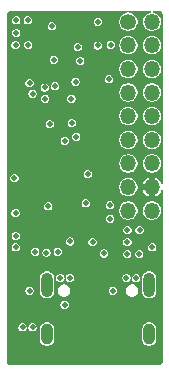
<source format=gbr>
%TF.GenerationSoftware,KiCad,Pcbnew,9.0.0*%
%TF.CreationDate,2025-06-10T15:00:40-04:00*%
%TF.ProjectId,aditBoard,61646974-426f-4617-9264-2e6b69636164,rev?*%
%TF.SameCoordinates,Original*%
%TF.FileFunction,Copper,L4,Inr*%
%TF.FilePolarity,Positive*%
%FSLAX46Y46*%
G04 Gerber Fmt 4.6, Leading zero omitted, Abs format (unit mm)*
G04 Created by KiCad (PCBNEW 9.0.0) date 2025-06-10 15:00:40*
%MOMM*%
%LPD*%
G01*
G04 APERTURE LIST*
%TA.AperFunction,ComponentPad*%
%ADD10C,1.350000*%
%TD*%
%TA.AperFunction,ComponentPad*%
%ADD11O,1.350000X1.350000*%
%TD*%
%TA.AperFunction,ComponentPad*%
%ADD12O,1.000000X2.100000*%
%TD*%
%TA.AperFunction,ComponentPad*%
%ADD13O,1.000000X1.800000*%
%TD*%
%TA.AperFunction,ViaPad*%
%ADD14C,0.500000*%
%TD*%
G04 APERTURE END LIST*
D10*
%TO.N,/GND*%
%TO.C,J2*%
X124635000Y-81725000D03*
D11*
X126635000Y-81725000D03*
%TO.N,/SDA*%
X124635000Y-83725000D03*
%TO.N,/SCL*%
X126635000Y-83725000D03*
%TO.N,/PLUG*%
X124635000Y-85725000D03*
%TO.N,/A2*%
X126635000Y-85725000D03*
%TO.N,/A1*%
X124635000Y-87725000D03*
%TO.N,/A0*%
X126635000Y-87725000D03*
%TO.N,/GND*%
X124635000Y-89725000D03*
X126635000Y-89725000D03*
%TO.N,/TXD*%
X124635000Y-91725000D03*
%TO.N,/RXD*%
X126635000Y-91725000D03*
%TO.N,/GND*%
X124635000Y-93725000D03*
X126635000Y-93725000D03*
%TO.N,/RST*%
X124635000Y-95725000D03*
%TO.N,/3V3*%
X126635000Y-95725000D03*
%TO.N,unconnected-(J2-Pin_17-Pad17)*%
X124635000Y-97725000D03*
%TO.N,unconnected-(J2-Pin_18-Pad18)*%
X126635000Y-97725000D03*
%TD*%
D12*
%TO.N,/GND*%
%TO.C,J1*%
X117755000Y-104000000D03*
D13*
X117755000Y-108180000D03*
D12*
X126395000Y-104000000D03*
D13*
X126395000Y-108180000D03*
%TD*%
D14*
%TO.N,/GND*%
X117850000Y-97350000D03*
%TO.N,/5V*%
X115675000Y-107600000D03*
%TO.N,/GND*%
X117700200Y-101280000D03*
X125292500Y-103450000D03*
X118875000Y-103425000D03*
%TO.N,/5V*%
X116750000Y-101200000D03*
X115100000Y-99875000D03*
X118650200Y-101202050D03*
X116525000Y-107600000D03*
%TO.N,Net-(U3-RUN)*%
X116275000Y-86925000D03*
X123150000Y-83675000D03*
%TO.N,/GND*%
X121025000Y-97100000D03*
%TO.N,Net-(R6-Pad2)*%
X123075000Y-97275000D03*
%TO.N,/GND*%
X126660000Y-100830000D03*
X114990000Y-94970000D03*
X116150000Y-83700000D03*
X118160000Y-82120000D03*
X117590000Y-88250000D03*
X122570000Y-101350000D03*
X119850000Y-90310000D03*
X120360000Y-83880000D03*
X115090000Y-97930000D03*
X115100000Y-100830000D03*
X122050000Y-83740000D03*
X123090000Y-98415000D03*
X115090000Y-83700000D03*
X122060000Y-81750000D03*
X125580000Y-99370000D03*
X115150000Y-81600000D03*
X117975000Y-90400000D03*
X119810000Y-88250000D03*
X115150000Y-82675000D03*
X121190000Y-94630000D03*
X125560000Y-101410000D03*
%TO.N,/3V3*%
X116150000Y-88650000D03*
X118260000Y-91790000D03*
X119150000Y-86725000D03*
X122930000Y-91930000D03*
X116525000Y-98850000D03*
X122570000Y-100390000D03*
X119870000Y-96070000D03*
X123090000Y-99375000D03*
X122050000Y-84700000D03*
X116160000Y-84700000D03*
X115090000Y-96970000D03*
X121300000Y-88300000D03*
X122090000Y-99405000D03*
X115220000Y-92830000D03*
X115090000Y-84660000D03*
%TO.N,/1V1*%
X116110000Y-81600000D03*
X119700000Y-100330000D03*
X121600000Y-100390000D03*
X119250000Y-91825000D03*
X118330000Y-84950000D03*
X118425000Y-87200000D03*
%TO.N,/5V*%
X124475000Y-103425000D03*
X119675000Y-103425000D03*
%TO.N,Net-(U1-DIN)*%
X116275000Y-104500000D03*
X120225000Y-91475000D03*
%TO.N,/A2*%
X124540000Y-101410000D03*
%TO.N,/A0*%
X124560000Y-99370000D03*
%TO.N,/A1*%
X124550000Y-100390000D03*
%TO.N,/SCL*%
X120170000Y-86820000D03*
%TO.N,/RST*%
X122990000Y-86600000D03*
%TO.N,/SDA*%
X120560000Y-85050000D03*
%TO.N,/SWCLK*%
X123325000Y-104500000D03*
X117550000Y-87300000D03*
%TO.N,/SWD*%
X119240000Y-105690000D03*
X116525000Y-87825000D03*
%TD*%
%TA.AperFunction,Conductor*%
%TO.N,/3V3*%
G36*
X124577713Y-80865086D02*
G01*
X124592299Y-80900300D01*
X124577713Y-80935514D01*
X124552214Y-80949142D01*
X124534021Y-80952761D01*
X124408337Y-80977761D01*
X124408329Y-80977763D01*
X124408328Y-80977764D01*
X124408324Y-80977765D01*
X124408323Y-80977766D01*
X124266908Y-81036341D01*
X124266906Y-81036342D01*
X124139631Y-81121383D01*
X124139629Y-81121386D01*
X124031386Y-81229629D01*
X124031383Y-81229631D01*
X123946342Y-81356906D01*
X123946341Y-81356908D01*
X123887766Y-81498323D01*
X123887761Y-81498337D01*
X123857900Y-81648459D01*
X123857900Y-81801540D01*
X123887761Y-81951662D01*
X123887765Y-81951674D01*
X123940132Y-82078102D01*
X123946343Y-82093095D01*
X123952360Y-82102100D01*
X124031383Y-82220368D01*
X124139631Y-82328616D01*
X124215787Y-82379501D01*
X124266905Y-82413657D01*
X124408328Y-82472236D01*
X124408335Y-82472237D01*
X124408337Y-82472238D01*
X124459705Y-82482455D01*
X124558462Y-82502100D01*
X124558467Y-82502100D01*
X124711533Y-82502100D01*
X124711538Y-82502100D01*
X124861672Y-82472236D01*
X125003095Y-82413657D01*
X125105329Y-82345345D01*
X125130368Y-82328616D01*
X125130371Y-82328614D01*
X125238614Y-82220371D01*
X125238616Y-82220368D01*
X125274706Y-82166355D01*
X125323657Y-82093095D01*
X125382236Y-81951672D01*
X125412100Y-81801538D01*
X125412100Y-81648462D01*
X125382236Y-81498328D01*
X125323657Y-81356905D01*
X125289501Y-81305787D01*
X125238616Y-81229631D01*
X125130368Y-81121383D01*
X125028825Y-81053535D01*
X125003095Y-81036343D01*
X125003093Y-81036342D01*
X125003091Y-81036341D01*
X124932383Y-81007053D01*
X124861672Y-80977764D01*
X124861668Y-80977763D01*
X124861662Y-80977761D01*
X124738926Y-80953348D01*
X124717785Y-80949142D01*
X124686094Y-80927967D01*
X124678658Y-80890585D01*
X124699834Y-80858893D01*
X124727501Y-80850500D01*
X126542499Y-80850500D01*
X126577713Y-80865086D01*
X126592299Y-80900300D01*
X126577713Y-80935514D01*
X126552214Y-80949142D01*
X126534021Y-80952761D01*
X126408337Y-80977761D01*
X126408329Y-80977763D01*
X126408328Y-80977764D01*
X126408324Y-80977765D01*
X126408323Y-80977766D01*
X126266908Y-81036341D01*
X126266906Y-81036342D01*
X126139631Y-81121383D01*
X126139629Y-81121386D01*
X126031386Y-81229629D01*
X126031383Y-81229631D01*
X125946342Y-81356906D01*
X125946341Y-81356908D01*
X125887766Y-81498323D01*
X125887761Y-81498337D01*
X125857900Y-81648459D01*
X125857900Y-81801540D01*
X125887761Y-81951662D01*
X125887765Y-81951674D01*
X125940132Y-82078102D01*
X125946343Y-82093095D01*
X125952360Y-82102100D01*
X126031383Y-82220368D01*
X126139631Y-82328616D01*
X126215787Y-82379501D01*
X126266905Y-82413657D01*
X126408328Y-82472236D01*
X126408335Y-82472237D01*
X126408337Y-82472238D01*
X126459705Y-82482455D01*
X126558462Y-82502100D01*
X126558467Y-82502100D01*
X126711533Y-82502100D01*
X126711538Y-82502100D01*
X126861672Y-82472236D01*
X127003095Y-82413657D01*
X127105329Y-82345345D01*
X127130368Y-82328616D01*
X127130371Y-82328614D01*
X127238614Y-82220371D01*
X127238616Y-82220368D01*
X127274706Y-82166355D01*
X127323657Y-82093095D01*
X127382236Y-81951672D01*
X127412100Y-81801538D01*
X127412100Y-81648462D01*
X127382236Y-81498328D01*
X127323657Y-81356905D01*
X127289501Y-81305787D01*
X127238616Y-81229631D01*
X127130368Y-81121383D01*
X127028825Y-81053535D01*
X127003095Y-81036343D01*
X127003093Y-81036342D01*
X127003091Y-81036341D01*
X126932383Y-81007053D01*
X126861672Y-80977764D01*
X126861668Y-80977763D01*
X126861662Y-80977761D01*
X126738926Y-80953348D01*
X126717785Y-80949142D01*
X126686094Y-80927967D01*
X126678658Y-80890585D01*
X126699834Y-80858893D01*
X126727501Y-80850500D01*
X127276081Y-80850500D01*
X127283869Y-80851112D01*
X127346486Y-80861030D01*
X127357747Y-80864205D01*
X127368169Y-80868522D01*
X127371693Y-80870146D01*
X127419625Y-80894569D01*
X127432228Y-80903726D01*
X127476272Y-80947770D01*
X127485429Y-80960375D01*
X127485430Y-80960376D01*
X127509843Y-81008290D01*
X127511478Y-81011836D01*
X127515790Y-81022243D01*
X127518970Y-81033515D01*
X127528887Y-81096129D01*
X127529500Y-81103919D01*
X127529500Y-95475215D01*
X127514914Y-95510429D01*
X127479700Y-95525015D01*
X127444486Y-95510429D01*
X127431413Y-95485974D01*
X127431315Y-95486004D01*
X127431164Y-95485508D01*
X127430857Y-95484933D01*
X127430603Y-95483661D01*
X127430600Y-95483651D01*
X127368234Y-95333082D01*
X127368232Y-95333080D01*
X127277686Y-95197567D01*
X127162432Y-95082313D01*
X127026919Y-94991767D01*
X127026920Y-94991767D01*
X126885000Y-94932981D01*
X126885000Y-95409314D01*
X126880606Y-95404920D01*
X126789394Y-95352259D01*
X126687661Y-95325000D01*
X126582339Y-95325000D01*
X126480606Y-95352259D01*
X126389394Y-95404920D01*
X126385000Y-95409314D01*
X126385000Y-94932981D01*
X126243079Y-94991767D01*
X126107567Y-95082313D01*
X126107565Y-95082316D01*
X125992316Y-95197565D01*
X125992313Y-95197567D01*
X125901767Y-95333079D01*
X125842982Y-95475000D01*
X126319314Y-95475000D01*
X126314920Y-95479394D01*
X126262259Y-95570606D01*
X126235000Y-95672339D01*
X126235000Y-95777661D01*
X126262259Y-95879394D01*
X126314920Y-95970606D01*
X126319314Y-95975000D01*
X125842982Y-95975000D01*
X125901767Y-96116920D01*
X125992313Y-96252432D01*
X126107567Y-96367686D01*
X126243080Y-96458232D01*
X126243079Y-96458232D01*
X126385000Y-96517017D01*
X126385000Y-96040686D01*
X126389394Y-96045080D01*
X126480606Y-96097741D01*
X126582339Y-96125000D01*
X126687661Y-96125000D01*
X126789394Y-96097741D01*
X126880606Y-96045080D01*
X126885000Y-96040686D01*
X126885000Y-96517016D01*
X127026920Y-96458232D01*
X127162432Y-96367686D01*
X127162435Y-96367684D01*
X127277684Y-96252435D01*
X127277686Y-96252432D01*
X127368232Y-96116919D01*
X127368234Y-96116917D01*
X127430600Y-95966348D01*
X127430605Y-95966334D01*
X127430857Y-95965069D01*
X127431099Y-95964706D01*
X127431315Y-95963996D01*
X127431530Y-95964061D01*
X127452033Y-95933377D01*
X127489415Y-95925941D01*
X127521107Y-95947117D01*
X127529500Y-95974784D01*
X127529500Y-110546080D01*
X127528887Y-110553870D01*
X127518970Y-110616483D01*
X127515791Y-110627754D01*
X127511477Y-110638167D01*
X127509841Y-110641714D01*
X127485431Y-110689622D01*
X127476273Y-110702228D01*
X127432228Y-110746273D01*
X127419623Y-110755430D01*
X127419622Y-110755431D01*
X127371714Y-110779841D01*
X127368167Y-110781477D01*
X127357754Y-110785791D01*
X127346483Y-110788970D01*
X127283870Y-110798887D01*
X127276080Y-110799500D01*
X114613920Y-110799500D01*
X114606130Y-110798887D01*
X114543515Y-110788970D01*
X114532243Y-110785790D01*
X114521836Y-110781478D01*
X114518290Y-110779843D01*
X114470376Y-110755430D01*
X114457770Y-110746272D01*
X114413726Y-110702228D01*
X114404568Y-110689623D01*
X114380146Y-110641693D01*
X114378522Y-110638167D01*
X114374205Y-110627747D01*
X114371029Y-110616483D01*
X114366783Y-110589675D01*
X114361113Y-110553870D01*
X114360500Y-110546080D01*
X114360500Y-107553643D01*
X115322900Y-107553643D01*
X115322900Y-107646356D01*
X115346893Y-107735900D01*
X115346894Y-107735902D01*
X115346895Y-107735905D01*
X115393250Y-107816194D01*
X115458806Y-107881750D01*
X115539095Y-107928105D01*
X115628645Y-107952100D01*
X115721355Y-107952100D01*
X115810905Y-107928105D01*
X115891194Y-107881750D01*
X115956750Y-107816194D01*
X116003105Y-107735905D01*
X116027100Y-107646355D01*
X116027100Y-107553645D01*
X116027099Y-107553643D01*
X116172900Y-107553643D01*
X116172900Y-107646356D01*
X116196893Y-107735900D01*
X116196894Y-107735902D01*
X116196895Y-107735905D01*
X116243250Y-107816194D01*
X116308806Y-107881750D01*
X116389095Y-107928105D01*
X116478645Y-107952100D01*
X116571355Y-107952100D01*
X116660905Y-107928105D01*
X116741194Y-107881750D01*
X116806750Y-107816194D01*
X116853105Y-107735905D01*
X116862530Y-107700731D01*
X117152900Y-107700731D01*
X117152900Y-107700732D01*
X117152900Y-108659268D01*
X117193933Y-108812402D01*
X117273200Y-108949698D01*
X117385302Y-109061800D01*
X117522598Y-109141067D01*
X117675732Y-109182100D01*
X117834268Y-109182100D01*
X117987402Y-109141067D01*
X118124698Y-109061800D01*
X118236800Y-108949698D01*
X118316067Y-108812402D01*
X118357100Y-108659268D01*
X118357100Y-107700732D01*
X118357100Y-107700731D01*
X125792900Y-107700731D01*
X125792900Y-107700732D01*
X125792900Y-108659268D01*
X125833933Y-108812402D01*
X125913200Y-108949698D01*
X126025302Y-109061800D01*
X126162598Y-109141067D01*
X126315732Y-109182100D01*
X126474268Y-109182100D01*
X126627402Y-109141067D01*
X126764698Y-109061800D01*
X126876800Y-108949698D01*
X126956067Y-108812402D01*
X126997100Y-108659268D01*
X126997100Y-107700732D01*
X126992771Y-107684578D01*
X126957687Y-107553645D01*
X126956067Y-107547598D01*
X126876800Y-107410302D01*
X126764698Y-107298200D01*
X126764697Y-107298199D01*
X126627405Y-107218935D01*
X126627402Y-107218933D01*
X126627399Y-107218932D01*
X126474268Y-107177900D01*
X126315732Y-107177900D01*
X126162600Y-107218932D01*
X126162594Y-107218935D01*
X126025302Y-107298199D01*
X125913199Y-107410302D01*
X125833935Y-107547594D01*
X125833932Y-107547600D01*
X125792900Y-107700731D01*
X118357100Y-107700731D01*
X118352771Y-107684578D01*
X118317687Y-107553645D01*
X118316067Y-107547598D01*
X118236800Y-107410302D01*
X118124698Y-107298200D01*
X118124697Y-107298199D01*
X117987405Y-107218935D01*
X117987402Y-107218933D01*
X117987399Y-107218932D01*
X117834268Y-107177900D01*
X117675732Y-107177900D01*
X117522600Y-107218932D01*
X117522594Y-107218935D01*
X117385302Y-107298199D01*
X117273199Y-107410302D01*
X117193935Y-107547594D01*
X117193932Y-107547600D01*
X117152900Y-107700731D01*
X116862530Y-107700731D01*
X116877100Y-107646355D01*
X116877100Y-107553645D01*
X116853105Y-107464095D01*
X116806750Y-107383806D01*
X116741194Y-107318250D01*
X116741193Y-107318249D01*
X116660908Y-107271897D01*
X116660905Y-107271895D01*
X116660902Y-107271894D01*
X116660900Y-107271893D01*
X116571356Y-107247900D01*
X116571355Y-107247900D01*
X116478645Y-107247900D01*
X116478643Y-107247900D01*
X116389099Y-107271893D01*
X116389091Y-107271897D01*
X116308806Y-107318249D01*
X116243249Y-107383806D01*
X116196897Y-107464091D01*
X116196893Y-107464099D01*
X116172900Y-107553643D01*
X116027099Y-107553643D01*
X116003105Y-107464095D01*
X115956750Y-107383806D01*
X115891194Y-107318250D01*
X115891193Y-107318249D01*
X115810908Y-107271897D01*
X115810905Y-107271895D01*
X115810902Y-107271894D01*
X115810900Y-107271893D01*
X115721356Y-107247900D01*
X115721355Y-107247900D01*
X115628645Y-107247900D01*
X115628643Y-107247900D01*
X115539099Y-107271893D01*
X115539091Y-107271897D01*
X115458806Y-107318249D01*
X115393249Y-107383806D01*
X115346897Y-107464091D01*
X115346893Y-107464099D01*
X115322900Y-107553643D01*
X114360500Y-107553643D01*
X114360500Y-105643643D01*
X118887900Y-105643643D01*
X118887900Y-105736356D01*
X118911893Y-105825900D01*
X118911894Y-105825902D01*
X118911895Y-105825905D01*
X118958250Y-105906194D01*
X119023806Y-105971750D01*
X119104095Y-106018105D01*
X119193645Y-106042100D01*
X119286355Y-106042100D01*
X119375905Y-106018105D01*
X119456194Y-105971750D01*
X119521750Y-105906194D01*
X119568105Y-105825905D01*
X119592100Y-105736355D01*
X119592100Y-105643645D01*
X119568105Y-105554095D01*
X119521750Y-105473806D01*
X119456194Y-105408250D01*
X119456193Y-105408249D01*
X119375908Y-105361897D01*
X119375905Y-105361895D01*
X119375902Y-105361894D01*
X119375900Y-105361893D01*
X119286356Y-105337900D01*
X119286355Y-105337900D01*
X119193645Y-105337900D01*
X119193643Y-105337900D01*
X119104099Y-105361893D01*
X119104091Y-105361897D01*
X119023806Y-105408249D01*
X118958249Y-105473806D01*
X118911897Y-105554091D01*
X118911893Y-105554099D01*
X118887900Y-105643643D01*
X114360500Y-105643643D01*
X114360500Y-104453643D01*
X115922900Y-104453643D01*
X115922900Y-104546356D01*
X115946893Y-104635900D01*
X115946897Y-104635908D01*
X115985537Y-104702836D01*
X115993250Y-104716194D01*
X116058806Y-104781750D01*
X116139095Y-104828105D01*
X116228645Y-104852100D01*
X116321355Y-104852100D01*
X116410905Y-104828105D01*
X116491194Y-104781750D01*
X116556750Y-104716194D01*
X116603105Y-104635905D01*
X116627100Y-104546355D01*
X116627100Y-104453645D01*
X116603105Y-104364095D01*
X116556750Y-104283806D01*
X116491194Y-104218250D01*
X116491193Y-104218249D01*
X116410908Y-104171897D01*
X116410905Y-104171895D01*
X116410902Y-104171894D01*
X116410900Y-104171893D01*
X116321356Y-104147900D01*
X116321355Y-104147900D01*
X116228645Y-104147900D01*
X116228643Y-104147900D01*
X116139099Y-104171893D01*
X116139091Y-104171897D01*
X116058806Y-104218249D01*
X115993249Y-104283806D01*
X115946897Y-104364091D01*
X115946893Y-104364099D01*
X115922900Y-104453643D01*
X114360500Y-104453643D01*
X114360500Y-103370731D01*
X117152900Y-103370731D01*
X117152900Y-104629268D01*
X117172611Y-104702831D01*
X117193933Y-104782402D01*
X117273200Y-104919698D01*
X117385302Y-105031800D01*
X117522598Y-105111067D01*
X117675732Y-105152100D01*
X117834268Y-105152100D01*
X117987402Y-105111067D01*
X118124698Y-105031800D01*
X118236800Y-104919698D01*
X118316067Y-104782402D01*
X118357100Y-104629268D01*
X118357100Y-104430815D01*
X118659500Y-104430815D01*
X118659500Y-104569184D01*
X118695310Y-104702831D01*
X118695314Y-104702839D01*
X118741247Y-104782399D01*
X118764495Y-104822665D01*
X118862335Y-104920505D01*
X118982164Y-104989688D01*
X119115817Y-105025500D01*
X119254183Y-105025500D01*
X119387836Y-104989688D01*
X119507665Y-104920505D01*
X119605505Y-104822665D01*
X119674688Y-104702836D01*
X119710500Y-104569183D01*
X119710500Y-104453643D01*
X122972900Y-104453643D01*
X122972900Y-104546356D01*
X122996893Y-104635900D01*
X122996897Y-104635908D01*
X123035537Y-104702836D01*
X123043250Y-104716194D01*
X123108806Y-104781750D01*
X123189095Y-104828105D01*
X123278645Y-104852100D01*
X123371355Y-104852100D01*
X123460905Y-104828105D01*
X123541194Y-104781750D01*
X123606750Y-104716194D01*
X123653105Y-104635905D01*
X123677100Y-104546355D01*
X123677100Y-104453645D01*
X123670983Y-104430815D01*
X124439500Y-104430815D01*
X124439500Y-104569184D01*
X124475310Y-104702831D01*
X124475314Y-104702839D01*
X124521247Y-104782399D01*
X124544495Y-104822665D01*
X124642335Y-104920505D01*
X124762164Y-104989688D01*
X124895817Y-105025500D01*
X125034183Y-105025500D01*
X125167836Y-104989688D01*
X125287665Y-104920505D01*
X125385505Y-104822665D01*
X125454688Y-104702836D01*
X125490500Y-104569183D01*
X125490500Y-104430817D01*
X125454688Y-104297164D01*
X125385505Y-104177335D01*
X125287665Y-104079495D01*
X125287664Y-104079494D01*
X125167839Y-104010314D01*
X125167836Y-104010312D01*
X125167833Y-104010311D01*
X125167831Y-104010310D01*
X125034184Y-103974500D01*
X125034183Y-103974500D01*
X124895817Y-103974500D01*
X124895815Y-103974500D01*
X124762168Y-104010310D01*
X124762160Y-104010314D01*
X124642335Y-104079494D01*
X124544494Y-104177335D01*
X124475314Y-104297160D01*
X124475310Y-104297168D01*
X124439500Y-104430815D01*
X123670983Y-104430815D01*
X123653105Y-104364095D01*
X123606750Y-104283806D01*
X123541194Y-104218250D01*
X123541193Y-104218249D01*
X123460908Y-104171897D01*
X123460905Y-104171895D01*
X123460902Y-104171894D01*
X123460900Y-104171893D01*
X123371356Y-104147900D01*
X123371355Y-104147900D01*
X123278645Y-104147900D01*
X123278643Y-104147900D01*
X123189099Y-104171893D01*
X123189091Y-104171897D01*
X123108806Y-104218249D01*
X123043249Y-104283806D01*
X122996897Y-104364091D01*
X122996893Y-104364099D01*
X122972900Y-104453643D01*
X119710500Y-104453643D01*
X119710500Y-104430817D01*
X119674688Y-104297164D01*
X119605505Y-104177335D01*
X119507665Y-104079495D01*
X119507664Y-104079494D01*
X119387839Y-104010314D01*
X119387836Y-104010312D01*
X119387833Y-104010311D01*
X119387831Y-104010310D01*
X119254184Y-103974500D01*
X119254183Y-103974500D01*
X119115817Y-103974500D01*
X119115815Y-103974500D01*
X118982168Y-104010310D01*
X118982160Y-104010314D01*
X118862335Y-104079494D01*
X118764494Y-104177335D01*
X118695314Y-104297160D01*
X118695310Y-104297168D01*
X118659500Y-104430815D01*
X118357100Y-104430815D01*
X118357100Y-103378643D01*
X118522900Y-103378643D01*
X118522900Y-103471356D01*
X118546893Y-103560900D01*
X118546894Y-103560902D01*
X118546895Y-103560905D01*
X118593250Y-103641194D01*
X118658806Y-103706750D01*
X118739095Y-103753105D01*
X118828645Y-103777100D01*
X118921355Y-103777100D01*
X119010905Y-103753105D01*
X119091194Y-103706750D01*
X119156750Y-103641194D01*
X119203105Y-103560905D01*
X119226897Y-103472113D01*
X119250100Y-103441874D01*
X119287889Y-103436899D01*
X119318128Y-103460102D01*
X119323103Y-103472113D01*
X119346893Y-103560900D01*
X119346894Y-103560902D01*
X119346895Y-103560905D01*
X119393250Y-103641194D01*
X119458806Y-103706750D01*
X119539095Y-103753105D01*
X119628645Y-103777100D01*
X119721355Y-103777100D01*
X119810905Y-103753105D01*
X119891194Y-103706750D01*
X119956750Y-103641194D01*
X120003105Y-103560905D01*
X120027100Y-103471355D01*
X120027100Y-103378645D01*
X120027099Y-103378643D01*
X124122900Y-103378643D01*
X124122900Y-103471356D01*
X124146893Y-103560900D01*
X124146894Y-103560902D01*
X124146895Y-103560905D01*
X124193250Y-103641194D01*
X124258806Y-103706750D01*
X124339095Y-103753105D01*
X124428645Y-103777100D01*
X124521355Y-103777100D01*
X124610905Y-103753105D01*
X124691194Y-103706750D01*
X124756750Y-103641194D01*
X124803105Y-103560905D01*
X124827100Y-103471355D01*
X124827100Y-103403643D01*
X124940400Y-103403643D01*
X124940400Y-103496356D01*
X124964393Y-103585900D01*
X124964397Y-103585908D01*
X124996315Y-103641193D01*
X125010750Y-103666194D01*
X125076306Y-103731750D01*
X125156595Y-103778105D01*
X125246145Y-103802100D01*
X125338855Y-103802100D01*
X125428405Y-103778105D01*
X125508694Y-103731750D01*
X125574250Y-103666194D01*
X125620605Y-103585905D01*
X125644600Y-103496355D01*
X125644600Y-103403645D01*
X125635781Y-103370731D01*
X125792900Y-103370731D01*
X125792900Y-104629268D01*
X125812611Y-104702831D01*
X125833933Y-104782402D01*
X125913200Y-104919698D01*
X126025302Y-105031800D01*
X126162598Y-105111067D01*
X126315732Y-105152100D01*
X126474268Y-105152100D01*
X126627402Y-105111067D01*
X126764698Y-105031800D01*
X126876800Y-104919698D01*
X126956067Y-104782402D01*
X126997100Y-104629268D01*
X126997100Y-103370732D01*
X126956067Y-103217598D01*
X126876800Y-103080302D01*
X126764698Y-102968200D01*
X126764697Y-102968199D01*
X126627405Y-102888935D01*
X126627402Y-102888933D01*
X126627399Y-102888932D01*
X126474268Y-102847900D01*
X126315732Y-102847900D01*
X126162600Y-102888932D01*
X126162594Y-102888935D01*
X126025302Y-102968199D01*
X125913199Y-103080302D01*
X125833935Y-103217594D01*
X125833932Y-103217600D01*
X125792900Y-103370731D01*
X125635781Y-103370731D01*
X125620605Y-103314095D01*
X125574250Y-103233806D01*
X125508694Y-103168250D01*
X125508693Y-103168249D01*
X125428408Y-103121897D01*
X125428405Y-103121895D01*
X125428402Y-103121894D01*
X125428400Y-103121893D01*
X125338856Y-103097900D01*
X125338855Y-103097900D01*
X125246145Y-103097900D01*
X125246143Y-103097900D01*
X125156599Y-103121893D01*
X125156591Y-103121897D01*
X125076306Y-103168249D01*
X125010749Y-103233806D01*
X124964397Y-103314091D01*
X124964393Y-103314099D01*
X124940400Y-103403643D01*
X124827100Y-103403643D01*
X124827100Y-103378645D01*
X124803105Y-103289095D01*
X124756750Y-103208806D01*
X124691194Y-103143250D01*
X124691193Y-103143249D01*
X124642057Y-103114881D01*
X124610905Y-103096895D01*
X124610902Y-103096894D01*
X124610900Y-103096893D01*
X124521356Y-103072900D01*
X124521355Y-103072900D01*
X124428645Y-103072900D01*
X124428643Y-103072900D01*
X124339099Y-103096893D01*
X124339091Y-103096897D01*
X124258806Y-103143249D01*
X124193249Y-103208806D01*
X124146897Y-103289091D01*
X124146893Y-103289099D01*
X124122900Y-103378643D01*
X120027099Y-103378643D01*
X120003105Y-103289095D01*
X119956750Y-103208806D01*
X119891194Y-103143250D01*
X119891193Y-103143249D01*
X119842057Y-103114881D01*
X119810905Y-103096895D01*
X119810902Y-103096894D01*
X119810900Y-103096893D01*
X119721356Y-103072900D01*
X119721355Y-103072900D01*
X119628645Y-103072900D01*
X119628643Y-103072900D01*
X119539099Y-103096893D01*
X119539091Y-103096897D01*
X119458806Y-103143249D01*
X119393249Y-103208806D01*
X119346897Y-103289091D01*
X119346894Y-103289097D01*
X119323103Y-103377887D01*
X119299900Y-103408125D01*
X119262110Y-103413100D01*
X119231872Y-103389897D01*
X119226897Y-103377887D01*
X119222944Y-103363137D01*
X119203105Y-103289095D01*
X119156750Y-103208806D01*
X119091194Y-103143250D01*
X119091193Y-103143249D01*
X119042057Y-103114881D01*
X119010905Y-103096895D01*
X119010902Y-103096894D01*
X119010900Y-103096893D01*
X118921356Y-103072900D01*
X118921355Y-103072900D01*
X118828645Y-103072900D01*
X118828643Y-103072900D01*
X118739099Y-103096893D01*
X118739091Y-103096897D01*
X118658806Y-103143249D01*
X118593249Y-103208806D01*
X118546897Y-103289091D01*
X118546893Y-103289099D01*
X118522900Y-103378643D01*
X118357100Y-103378643D01*
X118357100Y-103370732D01*
X118316067Y-103217598D01*
X118236800Y-103080302D01*
X118124698Y-102968200D01*
X118124697Y-102968199D01*
X117987405Y-102888935D01*
X117987402Y-102888933D01*
X117987399Y-102888932D01*
X117834268Y-102847900D01*
X117675732Y-102847900D01*
X117522600Y-102888932D01*
X117522594Y-102888935D01*
X117385302Y-102968199D01*
X117273199Y-103080302D01*
X117193935Y-103217594D01*
X117193932Y-103217600D01*
X117152900Y-103370731D01*
X114360500Y-103370731D01*
X114360500Y-100783643D01*
X114747900Y-100783643D01*
X114747900Y-100876356D01*
X114771893Y-100965900D01*
X114771894Y-100965902D01*
X114771895Y-100965905D01*
X114818250Y-101046194D01*
X114883806Y-101111750D01*
X114964095Y-101158105D01*
X115053645Y-101182100D01*
X115146355Y-101182100D01*
X115235905Y-101158105D01*
X115243633Y-101153643D01*
X116397900Y-101153643D01*
X116397900Y-101246356D01*
X116421893Y-101335900D01*
X116421894Y-101335902D01*
X116421895Y-101335905D01*
X116437910Y-101363643D01*
X116468084Y-101415908D01*
X116468250Y-101416194D01*
X116533806Y-101481750D01*
X116614095Y-101528105D01*
X116703645Y-101552100D01*
X116796355Y-101552100D01*
X116885905Y-101528105D01*
X116966194Y-101481750D01*
X117031750Y-101416194D01*
X117078105Y-101335905D01*
X117102100Y-101246355D01*
X117102100Y-101233643D01*
X117348100Y-101233643D01*
X117348100Y-101326356D01*
X117372093Y-101415900D01*
X117372094Y-101415902D01*
X117372095Y-101415905D01*
X117390081Y-101447057D01*
X117412509Y-101485905D01*
X117418450Y-101496194D01*
X117484006Y-101561750D01*
X117564295Y-101608105D01*
X117653845Y-101632100D01*
X117746555Y-101632100D01*
X117836105Y-101608105D01*
X117916394Y-101561750D01*
X117981950Y-101496194D01*
X118028305Y-101415905D01*
X118052300Y-101326355D01*
X118052300Y-101233645D01*
X118031413Y-101155693D01*
X118298100Y-101155693D01*
X118298100Y-101248406D01*
X118322093Y-101337950D01*
X118322097Y-101337958D01*
X118367265Y-101416193D01*
X118368450Y-101418244D01*
X118434006Y-101483800D01*
X118514295Y-101530155D01*
X118603845Y-101554150D01*
X118696555Y-101554150D01*
X118786105Y-101530155D01*
X118866394Y-101483800D01*
X118931950Y-101418244D01*
X118978305Y-101337955D01*
X118987499Y-101303643D01*
X122217900Y-101303643D01*
X122217900Y-101396356D01*
X122241893Y-101485900D01*
X122241894Y-101485902D01*
X122241895Y-101485905D01*
X122259881Y-101517057D01*
X122281295Y-101554149D01*
X122288250Y-101566194D01*
X122353806Y-101631750D01*
X122434095Y-101678105D01*
X122523645Y-101702100D01*
X122616355Y-101702100D01*
X122705905Y-101678105D01*
X122786194Y-101631750D01*
X122851750Y-101566194D01*
X122898105Y-101485905D01*
X122922100Y-101396355D01*
X122922100Y-101363643D01*
X124187900Y-101363643D01*
X124187900Y-101456356D01*
X124211893Y-101545900D01*
X124211897Y-101545908D01*
X124247804Y-101608102D01*
X124258250Y-101626194D01*
X124323806Y-101691750D01*
X124404095Y-101738105D01*
X124493645Y-101762100D01*
X124586355Y-101762100D01*
X124675905Y-101738105D01*
X124756194Y-101691750D01*
X124821750Y-101626194D01*
X124868105Y-101545905D01*
X124892100Y-101456355D01*
X124892100Y-101363645D01*
X124892099Y-101363643D01*
X125207900Y-101363643D01*
X125207900Y-101456356D01*
X125231893Y-101545900D01*
X125231897Y-101545908D01*
X125267804Y-101608102D01*
X125278250Y-101626194D01*
X125343806Y-101691750D01*
X125424095Y-101738105D01*
X125513645Y-101762100D01*
X125606355Y-101762100D01*
X125695905Y-101738105D01*
X125776194Y-101691750D01*
X125841750Y-101626194D01*
X125888105Y-101545905D01*
X125912100Y-101456355D01*
X125912100Y-101363645D01*
X125888105Y-101274095D01*
X125841750Y-101193806D01*
X125776194Y-101128250D01*
X125776193Y-101128249D01*
X125695908Y-101081897D01*
X125695905Y-101081895D01*
X125695902Y-101081894D01*
X125695900Y-101081893D01*
X125606356Y-101057900D01*
X125606355Y-101057900D01*
X125513645Y-101057900D01*
X125513643Y-101057900D01*
X125424099Y-101081893D01*
X125424091Y-101081897D01*
X125343806Y-101128249D01*
X125278249Y-101193806D01*
X125231897Y-101274091D01*
X125231893Y-101274099D01*
X125207900Y-101363643D01*
X124892099Y-101363643D01*
X124868105Y-101274095D01*
X124821750Y-101193806D01*
X124756194Y-101128250D01*
X124756193Y-101128249D01*
X124675908Y-101081897D01*
X124675905Y-101081895D01*
X124675902Y-101081894D01*
X124675900Y-101081893D01*
X124586356Y-101057900D01*
X124586355Y-101057900D01*
X124493645Y-101057900D01*
X124493643Y-101057900D01*
X124404099Y-101081893D01*
X124404091Y-101081897D01*
X124323806Y-101128249D01*
X124258249Y-101193806D01*
X124211897Y-101274091D01*
X124211893Y-101274099D01*
X124187900Y-101363643D01*
X122922100Y-101363643D01*
X122922100Y-101303645D01*
X122898105Y-101214095D01*
X122851750Y-101133806D01*
X122786194Y-101068250D01*
X122786193Y-101068249D01*
X122705908Y-101021897D01*
X122705905Y-101021895D01*
X122705902Y-101021894D01*
X122705900Y-101021893D01*
X122616356Y-100997900D01*
X122616355Y-100997900D01*
X122523645Y-100997900D01*
X122523643Y-100997900D01*
X122434099Y-101021893D01*
X122434091Y-101021897D01*
X122353806Y-101068249D01*
X122288249Y-101133806D01*
X122241897Y-101214091D01*
X122241893Y-101214099D01*
X122217900Y-101303643D01*
X118987499Y-101303643D01*
X119002300Y-101248405D01*
X119002300Y-101155695D01*
X118978305Y-101066145D01*
X118931950Y-100985856D01*
X118866394Y-100920300D01*
X118866393Y-100920299D01*
X118786108Y-100873947D01*
X118786105Y-100873945D01*
X118786102Y-100873944D01*
X118786100Y-100873943D01*
X118696556Y-100849950D01*
X118696555Y-100849950D01*
X118603845Y-100849950D01*
X118603843Y-100849950D01*
X118514299Y-100873943D01*
X118514291Y-100873947D01*
X118434006Y-100920299D01*
X118368449Y-100985856D01*
X118322097Y-101066141D01*
X118322093Y-101066149D01*
X118298100Y-101155693D01*
X118031413Y-101155693D01*
X118028305Y-101144095D01*
X117981950Y-101063806D01*
X117916394Y-100998250D01*
X117916393Y-100998249D01*
X117836108Y-100951897D01*
X117836105Y-100951895D01*
X117836102Y-100951894D01*
X117836100Y-100951893D01*
X117746556Y-100927900D01*
X117746555Y-100927900D01*
X117653845Y-100927900D01*
X117653843Y-100927900D01*
X117564299Y-100951893D01*
X117564291Y-100951897D01*
X117484006Y-100998249D01*
X117418449Y-101063806D01*
X117372097Y-101144091D01*
X117372093Y-101144099D01*
X117348100Y-101233643D01*
X117102100Y-101233643D01*
X117102100Y-101153645D01*
X117078105Y-101064095D01*
X117031750Y-100983806D01*
X116966194Y-100918250D01*
X116966193Y-100918249D01*
X116917057Y-100889881D01*
X116885905Y-100871895D01*
X116885902Y-100871894D01*
X116885900Y-100871893D01*
X116796356Y-100847900D01*
X116796355Y-100847900D01*
X116703645Y-100847900D01*
X116703643Y-100847900D01*
X116614099Y-100871893D01*
X116614091Y-100871897D01*
X116533806Y-100918249D01*
X116468249Y-100983806D01*
X116421897Y-101064091D01*
X116421893Y-101064099D01*
X116397900Y-101153643D01*
X115243633Y-101153643D01*
X115316194Y-101111750D01*
X115381750Y-101046194D01*
X115428105Y-100965905D01*
X115452100Y-100876355D01*
X115452100Y-100783645D01*
X115452099Y-100783643D01*
X126307900Y-100783643D01*
X126307900Y-100876356D01*
X126331893Y-100965900D01*
X126331894Y-100965902D01*
X126331895Y-100965905D01*
X126378250Y-101046194D01*
X126443806Y-101111750D01*
X126524095Y-101158105D01*
X126613645Y-101182100D01*
X126706355Y-101182100D01*
X126795905Y-101158105D01*
X126876194Y-101111750D01*
X126941750Y-101046194D01*
X126988105Y-100965905D01*
X127012100Y-100876355D01*
X127012100Y-100783645D01*
X126988105Y-100694095D01*
X126941750Y-100613806D01*
X126876194Y-100548250D01*
X126876193Y-100548249D01*
X126795908Y-100501897D01*
X126795905Y-100501895D01*
X126795902Y-100501894D01*
X126795900Y-100501893D01*
X126706356Y-100477900D01*
X126706355Y-100477900D01*
X126613645Y-100477900D01*
X126613643Y-100477900D01*
X126524099Y-100501893D01*
X126524091Y-100501897D01*
X126443806Y-100548249D01*
X126378249Y-100613806D01*
X126331897Y-100694091D01*
X126331893Y-100694099D01*
X126307900Y-100783643D01*
X115452099Y-100783643D01*
X115428105Y-100694095D01*
X115381750Y-100613806D01*
X115316194Y-100548250D01*
X115316193Y-100548249D01*
X115235908Y-100501897D01*
X115235905Y-100501895D01*
X115235902Y-100501894D01*
X115235900Y-100501893D01*
X115146356Y-100477900D01*
X115146355Y-100477900D01*
X115053645Y-100477900D01*
X115053643Y-100477900D01*
X114964099Y-100501893D01*
X114964091Y-100501897D01*
X114883806Y-100548249D01*
X114818249Y-100613806D01*
X114771897Y-100694091D01*
X114771893Y-100694099D01*
X114747900Y-100783643D01*
X114360500Y-100783643D01*
X114360500Y-100283643D01*
X119347900Y-100283643D01*
X119347900Y-100376356D01*
X119371893Y-100465900D01*
X119371894Y-100465902D01*
X119371895Y-100465905D01*
X119418250Y-100546194D01*
X119483806Y-100611750D01*
X119564095Y-100658105D01*
X119653645Y-100682100D01*
X119746355Y-100682100D01*
X119835905Y-100658105D01*
X119916194Y-100611750D01*
X119981750Y-100546194D01*
X120028105Y-100465905D01*
X120052100Y-100376355D01*
X120052100Y-100343643D01*
X121247900Y-100343643D01*
X121247900Y-100436356D01*
X121271893Y-100525900D01*
X121271894Y-100525902D01*
X121271895Y-100525905D01*
X121318250Y-100606194D01*
X121383806Y-100671750D01*
X121464095Y-100718105D01*
X121553645Y-100742100D01*
X121646355Y-100742100D01*
X121735905Y-100718105D01*
X121816194Y-100671750D01*
X121881750Y-100606194D01*
X121928105Y-100525905D01*
X121952100Y-100436355D01*
X121952100Y-100343645D01*
X121952099Y-100343643D01*
X124197900Y-100343643D01*
X124197900Y-100436356D01*
X124221893Y-100525900D01*
X124221894Y-100525902D01*
X124221895Y-100525905D01*
X124268250Y-100606194D01*
X124333806Y-100671750D01*
X124414095Y-100718105D01*
X124503645Y-100742100D01*
X124596355Y-100742100D01*
X124685905Y-100718105D01*
X124766194Y-100671750D01*
X124831750Y-100606194D01*
X124878105Y-100525905D01*
X124902100Y-100436355D01*
X124902100Y-100343645D01*
X124878105Y-100254095D01*
X124831750Y-100173806D01*
X124766194Y-100108250D01*
X124766193Y-100108249D01*
X124685908Y-100061897D01*
X124685905Y-100061895D01*
X124685902Y-100061894D01*
X124685900Y-100061893D01*
X124596356Y-100037900D01*
X124596355Y-100037900D01*
X124503645Y-100037900D01*
X124503643Y-100037900D01*
X124414099Y-100061893D01*
X124414091Y-100061897D01*
X124333806Y-100108249D01*
X124268249Y-100173806D01*
X124221897Y-100254091D01*
X124221893Y-100254099D01*
X124197900Y-100343643D01*
X121952099Y-100343643D01*
X121928105Y-100254095D01*
X121881750Y-100173806D01*
X121816194Y-100108250D01*
X121816193Y-100108249D01*
X121735908Y-100061897D01*
X121735905Y-100061895D01*
X121735902Y-100061894D01*
X121735900Y-100061893D01*
X121646356Y-100037900D01*
X121646355Y-100037900D01*
X121553645Y-100037900D01*
X121553643Y-100037900D01*
X121464099Y-100061893D01*
X121464091Y-100061897D01*
X121383806Y-100108249D01*
X121318249Y-100173806D01*
X121271897Y-100254091D01*
X121271893Y-100254099D01*
X121247900Y-100343643D01*
X120052100Y-100343643D01*
X120052100Y-100283645D01*
X120028105Y-100194095D01*
X119981750Y-100113806D01*
X119916194Y-100048250D01*
X119916193Y-100048249D01*
X119835908Y-100001897D01*
X119835905Y-100001895D01*
X119835902Y-100001894D01*
X119835900Y-100001893D01*
X119746356Y-99977900D01*
X119746355Y-99977900D01*
X119653645Y-99977900D01*
X119653643Y-99977900D01*
X119564099Y-100001893D01*
X119564091Y-100001897D01*
X119483806Y-100048249D01*
X119418249Y-100113806D01*
X119371897Y-100194091D01*
X119371893Y-100194099D01*
X119347900Y-100283643D01*
X114360500Y-100283643D01*
X114360500Y-99828643D01*
X114747900Y-99828643D01*
X114747900Y-99921356D01*
X114771893Y-100010900D01*
X114771894Y-100010902D01*
X114771895Y-100010905D01*
X114818250Y-100091194D01*
X114883806Y-100156750D01*
X114964095Y-100203105D01*
X115053645Y-100227100D01*
X115146355Y-100227100D01*
X115235905Y-100203105D01*
X115316194Y-100156750D01*
X115381750Y-100091194D01*
X115428105Y-100010905D01*
X115452100Y-99921355D01*
X115452100Y-99828645D01*
X115428105Y-99739095D01*
X115381750Y-99658806D01*
X115316194Y-99593250D01*
X115316193Y-99593249D01*
X115235908Y-99546897D01*
X115235905Y-99546895D01*
X115235902Y-99546894D01*
X115235900Y-99546893D01*
X115146356Y-99522900D01*
X115146355Y-99522900D01*
X115053645Y-99522900D01*
X115053643Y-99522900D01*
X114964099Y-99546893D01*
X114964091Y-99546897D01*
X114883806Y-99593249D01*
X114818249Y-99658806D01*
X114771897Y-99739091D01*
X114771893Y-99739099D01*
X114747900Y-99828643D01*
X114360500Y-99828643D01*
X114360500Y-99323643D01*
X124207900Y-99323643D01*
X124207900Y-99416356D01*
X124231893Y-99505900D01*
X124231894Y-99505902D01*
X124231895Y-99505905D01*
X124278250Y-99586194D01*
X124343806Y-99651750D01*
X124424095Y-99698105D01*
X124513645Y-99722100D01*
X124606355Y-99722100D01*
X124695905Y-99698105D01*
X124776194Y-99651750D01*
X124841750Y-99586194D01*
X124888105Y-99505905D01*
X124912100Y-99416355D01*
X124912100Y-99323645D01*
X124912099Y-99323643D01*
X125227900Y-99323643D01*
X125227900Y-99416356D01*
X125251893Y-99505900D01*
X125251894Y-99505902D01*
X125251895Y-99505905D01*
X125298250Y-99586194D01*
X125363806Y-99651750D01*
X125444095Y-99698105D01*
X125533645Y-99722100D01*
X125626355Y-99722100D01*
X125715905Y-99698105D01*
X125796194Y-99651750D01*
X125861750Y-99586194D01*
X125908105Y-99505905D01*
X125932100Y-99416355D01*
X125932100Y-99323645D01*
X125908105Y-99234095D01*
X125861750Y-99153806D01*
X125796194Y-99088250D01*
X125796193Y-99088249D01*
X125715908Y-99041897D01*
X125715905Y-99041895D01*
X125715902Y-99041894D01*
X125715900Y-99041893D01*
X125626356Y-99017900D01*
X125626355Y-99017900D01*
X125533645Y-99017900D01*
X125533643Y-99017900D01*
X125444099Y-99041893D01*
X125444091Y-99041897D01*
X125363806Y-99088249D01*
X125298249Y-99153806D01*
X125251897Y-99234091D01*
X125251893Y-99234099D01*
X125227900Y-99323643D01*
X124912099Y-99323643D01*
X124888105Y-99234095D01*
X124841750Y-99153806D01*
X124776194Y-99088250D01*
X124776193Y-99088249D01*
X124695908Y-99041897D01*
X124695905Y-99041895D01*
X124695902Y-99041894D01*
X124695900Y-99041893D01*
X124606356Y-99017900D01*
X124606355Y-99017900D01*
X124513645Y-99017900D01*
X124513643Y-99017900D01*
X124424099Y-99041893D01*
X124424091Y-99041897D01*
X124343806Y-99088249D01*
X124278249Y-99153806D01*
X124231897Y-99234091D01*
X124231893Y-99234099D01*
X124207900Y-99323643D01*
X114360500Y-99323643D01*
X114360500Y-98368643D01*
X122737900Y-98368643D01*
X122737900Y-98461356D01*
X122761893Y-98550900D01*
X122761894Y-98550902D01*
X122761895Y-98550905D01*
X122808250Y-98631194D01*
X122873806Y-98696750D01*
X122954095Y-98743105D01*
X123043645Y-98767100D01*
X123136355Y-98767100D01*
X123225905Y-98743105D01*
X123306194Y-98696750D01*
X123371750Y-98631194D01*
X123418105Y-98550905D01*
X123442100Y-98461355D01*
X123442100Y-98368645D01*
X123418105Y-98279095D01*
X123371750Y-98198806D01*
X123306194Y-98133250D01*
X123306193Y-98133249D01*
X123257057Y-98104881D01*
X123225905Y-98086895D01*
X123225902Y-98086894D01*
X123225900Y-98086893D01*
X123136356Y-98062900D01*
X123136355Y-98062900D01*
X123043645Y-98062900D01*
X123043643Y-98062900D01*
X122954099Y-98086893D01*
X122954091Y-98086897D01*
X122873806Y-98133249D01*
X122808249Y-98198806D01*
X122761897Y-98279091D01*
X122761893Y-98279099D01*
X122737900Y-98368643D01*
X114360500Y-98368643D01*
X114360500Y-97883643D01*
X114737900Y-97883643D01*
X114737900Y-97976356D01*
X114761893Y-98065900D01*
X114761894Y-98065902D01*
X114761895Y-98065905D01*
X114774014Y-98086895D01*
X114800776Y-98133250D01*
X114808250Y-98146194D01*
X114873806Y-98211750D01*
X114954095Y-98258105D01*
X115043645Y-98282100D01*
X115136355Y-98282100D01*
X115225905Y-98258105D01*
X115306194Y-98211750D01*
X115371750Y-98146194D01*
X115418105Y-98065905D01*
X115442100Y-97976355D01*
X115442100Y-97883645D01*
X115418105Y-97794095D01*
X115371750Y-97713806D01*
X115306194Y-97648250D01*
X115306193Y-97648249D01*
X115257057Y-97619881D01*
X115225905Y-97601895D01*
X115225902Y-97601894D01*
X115225900Y-97601893D01*
X115136356Y-97577900D01*
X115136355Y-97577900D01*
X115043645Y-97577900D01*
X115043643Y-97577900D01*
X114954099Y-97601893D01*
X114954091Y-97601897D01*
X114873806Y-97648249D01*
X114808249Y-97713806D01*
X114761897Y-97794091D01*
X114761893Y-97794099D01*
X114737900Y-97883643D01*
X114360500Y-97883643D01*
X114360500Y-97303643D01*
X117497900Y-97303643D01*
X117497900Y-97396356D01*
X117521893Y-97485900D01*
X117521894Y-97485902D01*
X117521895Y-97485905D01*
X117568250Y-97566194D01*
X117633806Y-97631750D01*
X117714095Y-97678105D01*
X117803645Y-97702100D01*
X117896355Y-97702100D01*
X117985905Y-97678105D01*
X118037253Y-97648459D01*
X123857900Y-97648459D01*
X123857900Y-97801540D01*
X123887761Y-97951662D01*
X123887763Y-97951668D01*
X123887764Y-97951672D01*
X123917053Y-98022383D01*
X123946341Y-98093091D01*
X123946342Y-98093093D01*
X124031383Y-98220368D01*
X124139631Y-98328616D01*
X124199537Y-98368643D01*
X124266905Y-98413657D01*
X124408328Y-98472236D01*
X124408335Y-98472237D01*
X124408337Y-98472238D01*
X124459705Y-98482455D01*
X124558462Y-98502100D01*
X124558467Y-98502100D01*
X124711533Y-98502100D01*
X124711538Y-98502100D01*
X124861672Y-98472236D01*
X125003095Y-98413657D01*
X125130372Y-98328613D01*
X125238613Y-98220372D01*
X125323657Y-98093095D01*
X125382236Y-97951672D01*
X125412100Y-97801538D01*
X125412100Y-97648462D01*
X125412099Y-97648459D01*
X125857900Y-97648459D01*
X125857900Y-97801540D01*
X125887761Y-97951662D01*
X125887763Y-97951668D01*
X125887764Y-97951672D01*
X125917053Y-98022383D01*
X125946341Y-98093091D01*
X125946342Y-98093093D01*
X126031383Y-98220368D01*
X126139631Y-98328616D01*
X126199537Y-98368643D01*
X126266905Y-98413657D01*
X126408328Y-98472236D01*
X126408335Y-98472237D01*
X126408337Y-98472238D01*
X126459705Y-98482455D01*
X126558462Y-98502100D01*
X126558467Y-98502100D01*
X126711533Y-98502100D01*
X126711538Y-98502100D01*
X126861672Y-98472236D01*
X127003095Y-98413657D01*
X127130372Y-98328613D01*
X127238613Y-98220372D01*
X127323657Y-98093095D01*
X127382236Y-97951672D01*
X127412100Y-97801538D01*
X127412100Y-97648462D01*
X127382236Y-97498328D01*
X127323657Y-97356905D01*
X127288068Y-97303643D01*
X127238616Y-97229631D01*
X127130368Y-97121383D01*
X127028825Y-97053535D01*
X127003095Y-97036343D01*
X127003093Y-97036342D01*
X127003091Y-97036341D01*
X126910285Y-96997900D01*
X126861672Y-96977764D01*
X126861668Y-96977763D01*
X126861662Y-96977761D01*
X126711540Y-96947900D01*
X126711538Y-96947900D01*
X126558462Y-96947900D01*
X126558459Y-96947900D01*
X126408337Y-96977761D01*
X126408329Y-96977763D01*
X126408328Y-96977764D01*
X126408324Y-96977765D01*
X126408323Y-96977766D01*
X126266908Y-97036341D01*
X126266906Y-97036342D01*
X126139631Y-97121383D01*
X126139629Y-97121386D01*
X126031386Y-97229629D01*
X126031383Y-97229631D01*
X125946342Y-97356906D01*
X125946341Y-97356908D01*
X125887766Y-97498323D01*
X125887761Y-97498337D01*
X125857900Y-97648459D01*
X125412099Y-97648459D01*
X125382236Y-97498328D01*
X125323657Y-97356905D01*
X125288068Y-97303643D01*
X125238616Y-97229631D01*
X125130368Y-97121383D01*
X125028825Y-97053535D01*
X125003095Y-97036343D01*
X125003093Y-97036342D01*
X125003091Y-97036341D01*
X124910285Y-96997900D01*
X124861672Y-96977764D01*
X124861668Y-96977763D01*
X124861662Y-96977761D01*
X124711540Y-96947900D01*
X124711538Y-96947900D01*
X124558462Y-96947900D01*
X124558459Y-96947900D01*
X124408337Y-96977761D01*
X124408329Y-96977763D01*
X124408328Y-96977764D01*
X124408324Y-96977765D01*
X124408323Y-96977766D01*
X124266908Y-97036341D01*
X124266906Y-97036342D01*
X124139631Y-97121383D01*
X124139629Y-97121386D01*
X124031386Y-97229629D01*
X124031383Y-97229631D01*
X123946342Y-97356906D01*
X123946341Y-97356908D01*
X123887766Y-97498323D01*
X123887761Y-97498337D01*
X123857900Y-97648459D01*
X118037253Y-97648459D01*
X118066194Y-97631750D01*
X118131750Y-97566194D01*
X118178105Y-97485905D01*
X118202100Y-97396355D01*
X118202100Y-97303645D01*
X118178105Y-97214095D01*
X118131750Y-97133806D01*
X118066194Y-97068250D01*
X118066193Y-97068249D01*
X118040894Y-97053643D01*
X120672900Y-97053643D01*
X120672900Y-97146356D01*
X120696893Y-97235900D01*
X120696897Y-97235908D01*
X120736004Y-97303645D01*
X120743250Y-97316194D01*
X120808806Y-97381750D01*
X120889095Y-97428105D01*
X120978645Y-97452100D01*
X121071355Y-97452100D01*
X121160905Y-97428105D01*
X121241194Y-97381750D01*
X121306750Y-97316194D01*
X121353105Y-97235905D01*
X121355051Y-97228643D01*
X122722900Y-97228643D01*
X122722900Y-97321356D01*
X122746893Y-97410900D01*
X122746894Y-97410902D01*
X122746895Y-97410905D01*
X122793250Y-97491194D01*
X122858806Y-97556750D01*
X122939095Y-97603105D01*
X123028645Y-97627100D01*
X123121355Y-97627100D01*
X123210905Y-97603105D01*
X123291194Y-97556750D01*
X123356750Y-97491194D01*
X123403105Y-97410905D01*
X123427100Y-97321355D01*
X123427100Y-97228645D01*
X123403105Y-97139095D01*
X123356750Y-97058806D01*
X123291194Y-96993250D01*
X123291193Y-96993249D01*
X123240689Y-96964091D01*
X123210905Y-96946895D01*
X123210902Y-96946894D01*
X123210900Y-96946893D01*
X123121356Y-96922900D01*
X123121355Y-96922900D01*
X123028645Y-96922900D01*
X123028643Y-96922900D01*
X122939099Y-96946893D01*
X122939091Y-96946897D01*
X122858806Y-96993249D01*
X122793249Y-97058806D01*
X122746897Y-97139091D01*
X122746893Y-97139099D01*
X122722900Y-97228643D01*
X121355051Y-97228643D01*
X121377100Y-97146355D01*
X121377100Y-97053645D01*
X121353105Y-96964095D01*
X121306750Y-96883806D01*
X121241194Y-96818250D01*
X121241193Y-96818249D01*
X121160908Y-96771897D01*
X121160905Y-96771895D01*
X121160902Y-96771894D01*
X121160900Y-96771893D01*
X121071356Y-96747900D01*
X121071355Y-96747900D01*
X120978645Y-96747900D01*
X120978643Y-96747900D01*
X120889099Y-96771893D01*
X120889091Y-96771897D01*
X120808806Y-96818249D01*
X120743249Y-96883806D01*
X120696897Y-96964091D01*
X120696893Y-96964099D01*
X120672900Y-97053643D01*
X118040894Y-97053643D01*
X117985908Y-97021897D01*
X117985905Y-97021895D01*
X117985902Y-97021894D01*
X117985900Y-97021893D01*
X117896356Y-96997900D01*
X117896355Y-96997900D01*
X117803645Y-96997900D01*
X117803643Y-96997900D01*
X117714099Y-97021893D01*
X117714091Y-97021897D01*
X117633806Y-97068249D01*
X117568249Y-97133806D01*
X117521897Y-97214091D01*
X117521893Y-97214099D01*
X117497900Y-97303643D01*
X114360500Y-97303643D01*
X114360500Y-95648459D01*
X123857900Y-95648459D01*
X123857900Y-95801540D01*
X123887761Y-95951662D01*
X123887763Y-95951668D01*
X123887764Y-95951672D01*
X123946343Y-96093095D01*
X123962260Y-96116917D01*
X124031383Y-96220368D01*
X124139631Y-96328616D01*
X124215787Y-96379501D01*
X124266905Y-96413657D01*
X124408328Y-96472236D01*
X124408335Y-96472237D01*
X124408337Y-96472238D01*
X124459705Y-96482455D01*
X124558462Y-96502100D01*
X124558467Y-96502100D01*
X124711533Y-96502100D01*
X124711538Y-96502100D01*
X124861672Y-96472236D01*
X125003095Y-96413657D01*
X125130372Y-96328613D01*
X125238613Y-96220372D01*
X125323657Y-96093095D01*
X125382236Y-95951672D01*
X125412100Y-95801538D01*
X125412100Y-95648462D01*
X125392455Y-95549705D01*
X125382238Y-95498337D01*
X125382237Y-95498334D01*
X125382236Y-95498328D01*
X125323657Y-95356905D01*
X125284366Y-95298102D01*
X125238616Y-95229631D01*
X125130368Y-95121383D01*
X125028825Y-95053535D01*
X125003095Y-95036343D01*
X125003093Y-95036342D01*
X125003091Y-95036341D01*
X124895478Y-94991767D01*
X124861672Y-94977764D01*
X124861668Y-94977763D01*
X124861662Y-94977761D01*
X124711540Y-94947900D01*
X124711538Y-94947900D01*
X124558462Y-94947900D01*
X124558459Y-94947900D01*
X124408337Y-94977761D01*
X124408329Y-94977763D01*
X124408328Y-94977764D01*
X124408324Y-94977765D01*
X124408323Y-94977766D01*
X124266908Y-95036341D01*
X124266906Y-95036342D01*
X124139631Y-95121383D01*
X124139629Y-95121386D01*
X124031386Y-95229629D01*
X124031383Y-95229631D01*
X123946342Y-95356906D01*
X123946341Y-95356908D01*
X123895607Y-95479394D01*
X123887765Y-95498327D01*
X123887761Y-95498337D01*
X123857900Y-95648459D01*
X114360500Y-95648459D01*
X114360500Y-94923643D01*
X114637900Y-94923643D01*
X114637900Y-95016356D01*
X114661893Y-95105900D01*
X114661894Y-95105902D01*
X114661895Y-95105905D01*
X114708250Y-95186194D01*
X114773806Y-95251750D01*
X114854095Y-95298105D01*
X114943645Y-95322100D01*
X115036355Y-95322100D01*
X115125905Y-95298105D01*
X115206194Y-95251750D01*
X115271750Y-95186194D01*
X115318105Y-95105905D01*
X115342100Y-95016355D01*
X115342100Y-94923645D01*
X115318105Y-94834095D01*
X115271750Y-94753806D01*
X115206194Y-94688250D01*
X115206193Y-94688249D01*
X115125908Y-94641897D01*
X115125905Y-94641895D01*
X115125902Y-94641894D01*
X115125900Y-94641893D01*
X115075855Y-94628484D01*
X115036356Y-94617900D01*
X115036355Y-94617900D01*
X114943645Y-94617900D01*
X114943643Y-94617900D01*
X114854099Y-94641893D01*
X114854091Y-94641897D01*
X114773806Y-94688249D01*
X114708249Y-94753806D01*
X114661897Y-94834091D01*
X114661893Y-94834099D01*
X114637900Y-94923643D01*
X114360500Y-94923643D01*
X114360500Y-94583643D01*
X120837900Y-94583643D01*
X120837900Y-94676356D01*
X120861893Y-94765900D01*
X120861897Y-94765908D01*
X120901264Y-94834095D01*
X120908250Y-94846194D01*
X120973806Y-94911750D01*
X121054095Y-94958105D01*
X121143645Y-94982100D01*
X121236355Y-94982100D01*
X121325905Y-94958105D01*
X121406194Y-94911750D01*
X121471750Y-94846194D01*
X121518105Y-94765905D01*
X121542100Y-94676355D01*
X121542100Y-94583645D01*
X121518105Y-94494095D01*
X121471750Y-94413806D01*
X121406194Y-94348250D01*
X121406193Y-94348249D01*
X121325908Y-94301897D01*
X121325905Y-94301895D01*
X121325902Y-94301894D01*
X121325900Y-94301893D01*
X121236356Y-94277900D01*
X121236355Y-94277900D01*
X121143645Y-94277900D01*
X121143643Y-94277900D01*
X121054099Y-94301893D01*
X121054091Y-94301897D01*
X120973806Y-94348249D01*
X120908249Y-94413806D01*
X120861897Y-94494091D01*
X120861893Y-94494099D01*
X120837900Y-94583643D01*
X114360500Y-94583643D01*
X114360500Y-93648459D01*
X123857900Y-93648459D01*
X123857900Y-93801540D01*
X123887761Y-93951662D01*
X123887763Y-93951668D01*
X123887764Y-93951672D01*
X123887766Y-93951676D01*
X123946341Y-94093091D01*
X123946342Y-94093093D01*
X124031383Y-94220368D01*
X124139631Y-94328616D01*
X124215787Y-94379501D01*
X124266905Y-94413657D01*
X124408328Y-94472236D01*
X124408335Y-94472237D01*
X124408337Y-94472238D01*
X124459705Y-94482455D01*
X124558462Y-94502100D01*
X124558467Y-94502100D01*
X124711533Y-94502100D01*
X124711538Y-94502100D01*
X124861672Y-94472236D01*
X125003095Y-94413657D01*
X125130372Y-94328613D01*
X125238613Y-94220372D01*
X125323657Y-94093095D01*
X125382236Y-93951672D01*
X125412100Y-93801538D01*
X125412100Y-93648462D01*
X125412099Y-93648459D01*
X125857900Y-93648459D01*
X125857900Y-93801540D01*
X125887761Y-93951662D01*
X125887763Y-93951668D01*
X125887764Y-93951672D01*
X125887766Y-93951676D01*
X125946341Y-94093091D01*
X125946342Y-94093093D01*
X126031383Y-94220368D01*
X126139631Y-94328616D01*
X126215787Y-94379501D01*
X126266905Y-94413657D01*
X126408328Y-94472236D01*
X126408335Y-94472237D01*
X126408337Y-94472238D01*
X126459705Y-94482455D01*
X126558462Y-94502100D01*
X126558467Y-94502100D01*
X126711533Y-94502100D01*
X126711538Y-94502100D01*
X126861672Y-94472236D01*
X127003095Y-94413657D01*
X127130372Y-94328613D01*
X127238613Y-94220372D01*
X127323657Y-94093095D01*
X127382236Y-93951672D01*
X127412100Y-93801538D01*
X127412100Y-93648462D01*
X127382236Y-93498328D01*
X127323657Y-93356905D01*
X127289501Y-93305787D01*
X127238616Y-93229631D01*
X127130368Y-93121383D01*
X127028825Y-93053535D01*
X127003095Y-93036343D01*
X127003093Y-93036342D01*
X127003091Y-93036341D01*
X126932383Y-93007053D01*
X126861672Y-92977764D01*
X126861668Y-92977763D01*
X126861662Y-92977761D01*
X126711540Y-92947900D01*
X126711538Y-92947900D01*
X126558462Y-92947900D01*
X126558459Y-92947900D01*
X126408337Y-92977761D01*
X126408329Y-92977763D01*
X126408328Y-92977764D01*
X126408324Y-92977765D01*
X126408323Y-92977766D01*
X126266908Y-93036341D01*
X126266906Y-93036342D01*
X126139631Y-93121383D01*
X126139629Y-93121386D01*
X126031386Y-93229629D01*
X126031383Y-93229631D01*
X125946342Y-93356906D01*
X125946341Y-93356908D01*
X125887766Y-93498323D01*
X125887761Y-93498337D01*
X125857900Y-93648459D01*
X125412099Y-93648459D01*
X125382236Y-93498328D01*
X125323657Y-93356905D01*
X125289501Y-93305787D01*
X125238616Y-93229631D01*
X125130368Y-93121383D01*
X125028825Y-93053535D01*
X125003095Y-93036343D01*
X125003093Y-93036342D01*
X125003091Y-93036341D01*
X124932383Y-93007053D01*
X124861672Y-92977764D01*
X124861668Y-92977763D01*
X124861662Y-92977761D01*
X124711540Y-92947900D01*
X124711538Y-92947900D01*
X124558462Y-92947900D01*
X124558459Y-92947900D01*
X124408337Y-92977761D01*
X124408329Y-92977763D01*
X124408328Y-92977764D01*
X124408324Y-92977765D01*
X124408323Y-92977766D01*
X124266908Y-93036341D01*
X124266906Y-93036342D01*
X124139631Y-93121383D01*
X124139629Y-93121386D01*
X124031386Y-93229629D01*
X124031383Y-93229631D01*
X123946342Y-93356906D01*
X123946341Y-93356908D01*
X123887766Y-93498323D01*
X123887761Y-93498337D01*
X123857900Y-93648459D01*
X114360500Y-93648459D01*
X114360500Y-91778643D01*
X118897900Y-91778643D01*
X118897900Y-91871356D01*
X118921893Y-91960900D01*
X118921894Y-91960902D01*
X118921895Y-91960905D01*
X118968250Y-92041194D01*
X119033806Y-92106750D01*
X119114095Y-92153105D01*
X119203645Y-92177100D01*
X119296355Y-92177100D01*
X119385905Y-92153105D01*
X119466194Y-92106750D01*
X119531750Y-92041194D01*
X119578105Y-91960905D01*
X119602100Y-91871355D01*
X119602100Y-91778645D01*
X119578105Y-91689095D01*
X119531750Y-91608806D01*
X119466194Y-91543250D01*
X119466193Y-91543249D01*
X119417057Y-91514881D01*
X119385905Y-91496895D01*
X119385902Y-91496894D01*
X119385900Y-91496893D01*
X119298535Y-91473484D01*
X119296356Y-91472900D01*
X119296355Y-91472900D01*
X119203645Y-91472900D01*
X119203643Y-91472900D01*
X119114099Y-91496893D01*
X119114091Y-91496897D01*
X119033806Y-91543249D01*
X118968249Y-91608806D01*
X118921897Y-91689091D01*
X118921893Y-91689099D01*
X118897900Y-91778643D01*
X114360500Y-91778643D01*
X114360500Y-91428643D01*
X119872900Y-91428643D01*
X119872900Y-91521356D01*
X119896893Y-91610900D01*
X119896897Y-91610908D01*
X119942035Y-91689091D01*
X119943250Y-91691194D01*
X120008806Y-91756750D01*
X120089095Y-91803105D01*
X120178645Y-91827100D01*
X120271355Y-91827100D01*
X120360905Y-91803105D01*
X120441194Y-91756750D01*
X120506750Y-91691194D01*
X120531423Y-91648459D01*
X123857900Y-91648459D01*
X123857900Y-91801540D01*
X123887761Y-91951662D01*
X123887763Y-91951668D01*
X123887764Y-91951672D01*
X123891590Y-91960908D01*
X123946341Y-92093091D01*
X123946342Y-92093093D01*
X124031383Y-92220368D01*
X124139631Y-92328616D01*
X124215787Y-92379501D01*
X124266905Y-92413657D01*
X124408328Y-92472236D01*
X124408335Y-92472237D01*
X124408337Y-92472238D01*
X124459705Y-92482455D01*
X124558462Y-92502100D01*
X124558467Y-92502100D01*
X124711533Y-92502100D01*
X124711538Y-92502100D01*
X124861672Y-92472236D01*
X125003095Y-92413657D01*
X125130372Y-92328613D01*
X125238613Y-92220372D01*
X125323657Y-92093095D01*
X125382236Y-91951672D01*
X125412100Y-91801538D01*
X125412100Y-91648462D01*
X125412099Y-91648459D01*
X125857900Y-91648459D01*
X125857900Y-91801540D01*
X125887761Y-91951662D01*
X125887763Y-91951668D01*
X125887764Y-91951672D01*
X125891590Y-91960908D01*
X125946341Y-92093091D01*
X125946342Y-92093093D01*
X126031383Y-92220368D01*
X126139631Y-92328616D01*
X126215787Y-92379501D01*
X126266905Y-92413657D01*
X126408328Y-92472236D01*
X126408335Y-92472237D01*
X126408337Y-92472238D01*
X126459705Y-92482455D01*
X126558462Y-92502100D01*
X126558467Y-92502100D01*
X126711533Y-92502100D01*
X126711538Y-92502100D01*
X126861672Y-92472236D01*
X127003095Y-92413657D01*
X127130372Y-92328613D01*
X127238613Y-92220372D01*
X127323657Y-92093095D01*
X127382236Y-91951672D01*
X127412100Y-91801538D01*
X127412100Y-91648462D01*
X127391172Y-91543250D01*
X127382238Y-91498337D01*
X127382237Y-91498335D01*
X127382236Y-91498328D01*
X127323657Y-91356905D01*
X127289501Y-91305787D01*
X127238616Y-91229631D01*
X127130368Y-91121383D01*
X127028825Y-91053535D01*
X127003095Y-91036343D01*
X127003093Y-91036342D01*
X127003091Y-91036341D01*
X126932383Y-91007053D01*
X126861672Y-90977764D01*
X126861668Y-90977763D01*
X126861662Y-90977761D01*
X126711540Y-90947900D01*
X126711538Y-90947900D01*
X126558462Y-90947900D01*
X126558459Y-90947900D01*
X126408337Y-90977761D01*
X126408329Y-90977763D01*
X126408328Y-90977764D01*
X126408324Y-90977765D01*
X126408323Y-90977766D01*
X126266908Y-91036341D01*
X126266906Y-91036342D01*
X126139631Y-91121383D01*
X126139629Y-91121386D01*
X126031386Y-91229629D01*
X126031383Y-91229631D01*
X125946342Y-91356906D01*
X125946341Y-91356908D01*
X125887766Y-91498323D01*
X125887761Y-91498337D01*
X125857900Y-91648459D01*
X125412099Y-91648459D01*
X125391172Y-91543250D01*
X125382238Y-91498337D01*
X125382237Y-91498335D01*
X125382236Y-91498328D01*
X125323657Y-91356905D01*
X125289501Y-91305787D01*
X125238616Y-91229631D01*
X125130368Y-91121383D01*
X125028825Y-91053535D01*
X125003095Y-91036343D01*
X125003093Y-91036342D01*
X125003091Y-91036341D01*
X124932383Y-91007053D01*
X124861672Y-90977764D01*
X124861668Y-90977763D01*
X124861662Y-90977761D01*
X124711540Y-90947900D01*
X124711538Y-90947900D01*
X124558462Y-90947900D01*
X124558459Y-90947900D01*
X124408337Y-90977761D01*
X124408329Y-90977763D01*
X124408328Y-90977764D01*
X124408324Y-90977765D01*
X124408323Y-90977766D01*
X124266908Y-91036341D01*
X124266906Y-91036342D01*
X124139631Y-91121383D01*
X124139629Y-91121386D01*
X124031386Y-91229629D01*
X124031383Y-91229631D01*
X123946342Y-91356906D01*
X123946341Y-91356908D01*
X123887766Y-91498323D01*
X123887761Y-91498337D01*
X123857900Y-91648459D01*
X120531423Y-91648459D01*
X120553105Y-91610905D01*
X120577100Y-91521355D01*
X120577100Y-91428645D01*
X120553105Y-91339095D01*
X120506750Y-91258806D01*
X120441194Y-91193250D01*
X120441193Y-91193249D01*
X120360908Y-91146897D01*
X120360905Y-91146895D01*
X120360902Y-91146894D01*
X120360900Y-91146893D01*
X120271356Y-91122900D01*
X120271355Y-91122900D01*
X120178645Y-91122900D01*
X120178643Y-91122900D01*
X120089099Y-91146893D01*
X120089091Y-91146897D01*
X120008806Y-91193249D01*
X119943249Y-91258806D01*
X119896897Y-91339091D01*
X119896893Y-91339099D01*
X119872900Y-91428643D01*
X114360500Y-91428643D01*
X114360500Y-90353643D01*
X117622900Y-90353643D01*
X117622900Y-90446356D01*
X117646893Y-90535900D01*
X117646894Y-90535902D01*
X117646895Y-90535905D01*
X117693250Y-90616194D01*
X117758806Y-90681750D01*
X117839095Y-90728105D01*
X117928645Y-90752100D01*
X118021355Y-90752100D01*
X118110905Y-90728105D01*
X118191194Y-90681750D01*
X118256750Y-90616194D01*
X118303105Y-90535905D01*
X118327100Y-90446355D01*
X118327100Y-90353645D01*
X118303105Y-90264095D01*
X118302844Y-90263643D01*
X119497900Y-90263643D01*
X119497900Y-90356356D01*
X119521893Y-90445900D01*
X119521894Y-90445902D01*
X119521895Y-90445905D01*
X119537096Y-90472233D01*
X119554338Y-90502099D01*
X119568250Y-90526194D01*
X119633806Y-90591750D01*
X119714095Y-90638105D01*
X119803645Y-90662100D01*
X119896355Y-90662100D01*
X119985905Y-90638105D01*
X120066194Y-90591750D01*
X120131750Y-90526194D01*
X120178105Y-90445905D01*
X120202100Y-90356355D01*
X120202100Y-90263645D01*
X120178105Y-90174095D01*
X120131750Y-90093806D01*
X120066194Y-90028250D01*
X120066193Y-90028249D01*
X119985908Y-89981897D01*
X119985905Y-89981895D01*
X119985902Y-89981894D01*
X119985900Y-89981893D01*
X119896356Y-89957900D01*
X119896355Y-89957900D01*
X119803645Y-89957900D01*
X119803643Y-89957900D01*
X119714099Y-89981893D01*
X119714091Y-89981897D01*
X119633806Y-90028249D01*
X119568249Y-90093806D01*
X119521897Y-90174091D01*
X119521893Y-90174099D01*
X119497900Y-90263643D01*
X118302844Y-90263643D01*
X118256750Y-90183806D01*
X118191194Y-90118250D01*
X118191193Y-90118249D01*
X118110908Y-90071897D01*
X118110905Y-90071895D01*
X118110902Y-90071894D01*
X118110900Y-90071893D01*
X118021356Y-90047900D01*
X118021355Y-90047900D01*
X117928645Y-90047900D01*
X117928643Y-90047900D01*
X117839099Y-90071893D01*
X117839091Y-90071897D01*
X117758806Y-90118249D01*
X117693249Y-90183806D01*
X117646897Y-90264091D01*
X117646893Y-90264099D01*
X117622900Y-90353643D01*
X114360500Y-90353643D01*
X114360500Y-89648459D01*
X123857900Y-89648459D01*
X123857900Y-89801540D01*
X123887761Y-89951662D01*
X123887763Y-89951668D01*
X123887764Y-89951672D01*
X123887766Y-89951676D01*
X123946341Y-90093091D01*
X123946342Y-90093093D01*
X124031383Y-90220368D01*
X124139631Y-90328616D01*
X124181148Y-90356356D01*
X124266905Y-90413657D01*
X124408328Y-90472236D01*
X124408335Y-90472237D01*
X124408337Y-90472238D01*
X124459705Y-90482455D01*
X124558462Y-90502100D01*
X124558467Y-90502100D01*
X124711533Y-90502100D01*
X124711538Y-90502100D01*
X124861672Y-90472236D01*
X125003095Y-90413657D01*
X125130372Y-90328613D01*
X125238613Y-90220372D01*
X125323657Y-90093095D01*
X125382236Y-89951672D01*
X125412100Y-89801538D01*
X125412100Y-89648462D01*
X125412099Y-89648459D01*
X125857900Y-89648459D01*
X125857900Y-89801540D01*
X125887761Y-89951662D01*
X125887763Y-89951668D01*
X125887764Y-89951672D01*
X125887766Y-89951676D01*
X125946341Y-90093091D01*
X125946342Y-90093093D01*
X126031383Y-90220368D01*
X126139631Y-90328616D01*
X126181148Y-90356356D01*
X126266905Y-90413657D01*
X126408328Y-90472236D01*
X126408335Y-90472237D01*
X126408337Y-90472238D01*
X126459705Y-90482455D01*
X126558462Y-90502100D01*
X126558467Y-90502100D01*
X126711533Y-90502100D01*
X126711538Y-90502100D01*
X126861672Y-90472236D01*
X127003095Y-90413657D01*
X127130372Y-90328613D01*
X127238613Y-90220372D01*
X127323657Y-90093095D01*
X127382236Y-89951672D01*
X127412100Y-89801538D01*
X127412100Y-89648462D01*
X127382236Y-89498328D01*
X127323657Y-89356905D01*
X127289501Y-89305787D01*
X127238616Y-89229631D01*
X127130368Y-89121383D01*
X127028825Y-89053535D01*
X127003095Y-89036343D01*
X127003093Y-89036342D01*
X127003091Y-89036341D01*
X126932383Y-89007053D01*
X126861672Y-88977764D01*
X126861668Y-88977763D01*
X126861662Y-88977761D01*
X126711540Y-88947900D01*
X126711538Y-88947900D01*
X126558462Y-88947900D01*
X126558459Y-88947900D01*
X126408337Y-88977761D01*
X126408329Y-88977763D01*
X126408328Y-88977764D01*
X126408324Y-88977765D01*
X126408323Y-88977766D01*
X126266908Y-89036341D01*
X126266906Y-89036342D01*
X126139631Y-89121383D01*
X126139629Y-89121386D01*
X126031386Y-89229629D01*
X126031383Y-89229631D01*
X125946342Y-89356906D01*
X125946341Y-89356908D01*
X125887766Y-89498323D01*
X125887761Y-89498337D01*
X125857900Y-89648459D01*
X125412099Y-89648459D01*
X125382236Y-89498328D01*
X125323657Y-89356905D01*
X125289501Y-89305787D01*
X125238616Y-89229631D01*
X125130368Y-89121383D01*
X125028825Y-89053535D01*
X125003095Y-89036343D01*
X125003093Y-89036342D01*
X125003091Y-89036341D01*
X124932383Y-89007053D01*
X124861672Y-88977764D01*
X124861668Y-88977763D01*
X124861662Y-88977761D01*
X124711540Y-88947900D01*
X124711538Y-88947900D01*
X124558462Y-88947900D01*
X124558459Y-88947900D01*
X124408337Y-88977761D01*
X124408329Y-88977763D01*
X124408328Y-88977764D01*
X124408324Y-88977765D01*
X124408323Y-88977766D01*
X124266908Y-89036341D01*
X124266906Y-89036342D01*
X124139631Y-89121383D01*
X124139629Y-89121386D01*
X124031386Y-89229629D01*
X124031383Y-89229631D01*
X123946342Y-89356906D01*
X123946341Y-89356908D01*
X123887766Y-89498323D01*
X123887761Y-89498337D01*
X123857900Y-89648459D01*
X114360500Y-89648459D01*
X114360500Y-88203643D01*
X117237900Y-88203643D01*
X117237900Y-88296356D01*
X117261893Y-88385900D01*
X117261894Y-88385902D01*
X117261895Y-88385905D01*
X117308250Y-88466194D01*
X117373806Y-88531750D01*
X117454095Y-88578105D01*
X117543645Y-88602100D01*
X117636355Y-88602100D01*
X117725905Y-88578105D01*
X117806194Y-88531750D01*
X117871750Y-88466194D01*
X117918105Y-88385905D01*
X117942100Y-88296355D01*
X117942100Y-88203645D01*
X117942099Y-88203643D01*
X119457900Y-88203643D01*
X119457900Y-88296356D01*
X119481893Y-88385900D01*
X119481894Y-88385902D01*
X119481895Y-88385905D01*
X119528250Y-88466194D01*
X119593806Y-88531750D01*
X119674095Y-88578105D01*
X119763645Y-88602100D01*
X119856355Y-88602100D01*
X119945905Y-88578105D01*
X120026194Y-88531750D01*
X120091750Y-88466194D01*
X120138105Y-88385905D01*
X120162100Y-88296355D01*
X120162100Y-88203645D01*
X120138105Y-88114095D01*
X120091750Y-88033806D01*
X120026194Y-87968250D01*
X120026193Y-87968249D01*
X119945908Y-87921897D01*
X119945905Y-87921895D01*
X119945902Y-87921894D01*
X119945900Y-87921893D01*
X119856356Y-87897900D01*
X119856355Y-87897900D01*
X119763645Y-87897900D01*
X119763643Y-87897900D01*
X119674099Y-87921893D01*
X119674091Y-87921897D01*
X119593806Y-87968249D01*
X119528249Y-88033806D01*
X119481897Y-88114091D01*
X119481893Y-88114099D01*
X119457900Y-88203643D01*
X117942099Y-88203643D01*
X117918105Y-88114095D01*
X117871750Y-88033806D01*
X117806194Y-87968250D01*
X117806193Y-87968249D01*
X117725908Y-87921897D01*
X117725905Y-87921895D01*
X117725902Y-87921894D01*
X117725900Y-87921893D01*
X117636356Y-87897900D01*
X117636355Y-87897900D01*
X117543645Y-87897900D01*
X117543643Y-87897900D01*
X117454099Y-87921893D01*
X117454091Y-87921897D01*
X117373806Y-87968249D01*
X117308249Y-88033806D01*
X117261897Y-88114091D01*
X117261893Y-88114099D01*
X117237900Y-88203643D01*
X114360500Y-88203643D01*
X114360500Y-87778643D01*
X116172900Y-87778643D01*
X116172900Y-87871356D01*
X116196893Y-87960900D01*
X116196897Y-87960908D01*
X116238984Y-88033806D01*
X116243250Y-88041194D01*
X116308806Y-88106750D01*
X116389095Y-88153105D01*
X116478645Y-88177100D01*
X116571355Y-88177100D01*
X116660905Y-88153105D01*
X116741194Y-88106750D01*
X116806750Y-88041194D01*
X116853105Y-87960905D01*
X116877100Y-87871355D01*
X116877100Y-87778645D01*
X116853105Y-87689095D01*
X116806750Y-87608806D01*
X116741194Y-87543250D01*
X116741193Y-87543249D01*
X116692057Y-87514881D01*
X116660905Y-87496895D01*
X116660902Y-87496894D01*
X116660900Y-87496893D01*
X116571356Y-87472900D01*
X116571355Y-87472900D01*
X116478645Y-87472900D01*
X116478643Y-87472900D01*
X116389099Y-87496893D01*
X116389091Y-87496897D01*
X116308806Y-87543249D01*
X116243249Y-87608806D01*
X116196897Y-87689091D01*
X116196893Y-87689099D01*
X116172900Y-87778643D01*
X114360500Y-87778643D01*
X114360500Y-86878643D01*
X115922900Y-86878643D01*
X115922900Y-86971356D01*
X115946893Y-87060900D01*
X115946894Y-87060902D01*
X115946895Y-87060905D01*
X115993250Y-87141194D01*
X116058806Y-87206750D01*
X116139095Y-87253105D01*
X116228645Y-87277100D01*
X116321355Y-87277100D01*
X116408897Y-87253643D01*
X117197900Y-87253643D01*
X117197900Y-87346356D01*
X117221893Y-87435900D01*
X117221897Y-87435908D01*
X117257107Y-87496895D01*
X117268250Y-87516194D01*
X117333806Y-87581750D01*
X117414095Y-87628105D01*
X117503645Y-87652100D01*
X117596355Y-87652100D01*
X117609943Y-87648459D01*
X123857900Y-87648459D01*
X123857900Y-87801540D01*
X123887761Y-87951662D01*
X123887763Y-87951668D01*
X123887764Y-87951672D01*
X123946343Y-88093095D01*
X123963535Y-88118825D01*
X124031383Y-88220368D01*
X124139631Y-88328616D01*
X124215787Y-88379501D01*
X124266905Y-88413657D01*
X124408328Y-88472236D01*
X124408335Y-88472237D01*
X124408337Y-88472238D01*
X124459705Y-88482455D01*
X124558462Y-88502100D01*
X124558467Y-88502100D01*
X124711533Y-88502100D01*
X124711538Y-88502100D01*
X124861672Y-88472236D01*
X125003095Y-88413657D01*
X125130372Y-88328613D01*
X125238613Y-88220372D01*
X125323657Y-88093095D01*
X125382236Y-87951672D01*
X125412100Y-87801538D01*
X125412100Y-87648462D01*
X125412099Y-87648459D01*
X125857900Y-87648459D01*
X125857900Y-87801540D01*
X125887761Y-87951662D01*
X125887763Y-87951668D01*
X125887764Y-87951672D01*
X125946343Y-88093095D01*
X125963535Y-88118825D01*
X126031383Y-88220368D01*
X126139631Y-88328616D01*
X126215787Y-88379501D01*
X126266905Y-88413657D01*
X126408328Y-88472236D01*
X126408335Y-88472237D01*
X126408337Y-88472238D01*
X126459705Y-88482455D01*
X126558462Y-88502100D01*
X126558467Y-88502100D01*
X126711533Y-88502100D01*
X126711538Y-88502100D01*
X126861672Y-88472236D01*
X127003095Y-88413657D01*
X127130372Y-88328613D01*
X127238613Y-88220372D01*
X127323657Y-88093095D01*
X127382236Y-87951672D01*
X127412100Y-87801538D01*
X127412100Y-87648462D01*
X127391172Y-87543250D01*
X127382238Y-87498337D01*
X127382237Y-87498335D01*
X127382236Y-87498328D01*
X127323657Y-87356905D01*
X127270333Y-87277100D01*
X127238616Y-87229631D01*
X127130368Y-87121383D01*
X127028825Y-87053535D01*
X127003095Y-87036343D01*
X127003093Y-87036342D01*
X127003091Y-87036341D01*
X126932383Y-87007053D01*
X126861672Y-86977764D01*
X126861668Y-86977763D01*
X126861662Y-86977761D01*
X126711540Y-86947900D01*
X126711538Y-86947900D01*
X126558462Y-86947900D01*
X126558459Y-86947900D01*
X126408337Y-86977761D01*
X126408329Y-86977763D01*
X126408328Y-86977764D01*
X126408324Y-86977765D01*
X126408323Y-86977766D01*
X126266908Y-87036341D01*
X126266906Y-87036342D01*
X126139631Y-87121383D01*
X126139629Y-87121386D01*
X126031386Y-87229629D01*
X126031383Y-87229631D01*
X125946342Y-87356906D01*
X125946341Y-87356908D01*
X125887766Y-87498323D01*
X125887761Y-87498337D01*
X125857900Y-87648459D01*
X125412099Y-87648459D01*
X125391172Y-87543250D01*
X125382238Y-87498337D01*
X125382237Y-87498335D01*
X125382236Y-87498328D01*
X125323657Y-87356905D01*
X125270333Y-87277100D01*
X125238616Y-87229631D01*
X125130368Y-87121383D01*
X125028825Y-87053535D01*
X125003095Y-87036343D01*
X125003093Y-87036342D01*
X125003091Y-87036341D01*
X124932383Y-87007053D01*
X124861672Y-86977764D01*
X124861668Y-86977763D01*
X124861662Y-86977761D01*
X124711540Y-86947900D01*
X124711538Y-86947900D01*
X124558462Y-86947900D01*
X124558459Y-86947900D01*
X124408337Y-86977761D01*
X124408329Y-86977763D01*
X124408328Y-86977764D01*
X124408324Y-86977765D01*
X124408323Y-86977766D01*
X124266908Y-87036341D01*
X124266906Y-87036342D01*
X124139631Y-87121383D01*
X124139629Y-87121386D01*
X124031386Y-87229629D01*
X124031383Y-87229631D01*
X123946342Y-87356906D01*
X123946341Y-87356908D01*
X123887766Y-87498323D01*
X123887761Y-87498337D01*
X123857900Y-87648459D01*
X117609943Y-87648459D01*
X117685905Y-87628105D01*
X117766194Y-87581750D01*
X117831750Y-87516194D01*
X117878105Y-87435905D01*
X117902100Y-87346355D01*
X117902100Y-87253645D01*
X117878105Y-87164095D01*
X117872071Y-87153643D01*
X118072900Y-87153643D01*
X118072900Y-87246356D01*
X118096893Y-87335900D01*
X118096894Y-87335902D01*
X118096895Y-87335905D01*
X118143250Y-87416194D01*
X118208806Y-87481750D01*
X118289095Y-87528105D01*
X118378645Y-87552100D01*
X118471355Y-87552100D01*
X118560905Y-87528105D01*
X118641194Y-87481750D01*
X118706750Y-87416194D01*
X118753105Y-87335905D01*
X118777100Y-87246355D01*
X118777100Y-87153645D01*
X118753105Y-87064095D01*
X118706750Y-86983806D01*
X118641194Y-86918250D01*
X118641193Y-86918249D01*
X118560908Y-86871897D01*
X118560905Y-86871895D01*
X118560902Y-86871894D01*
X118560900Y-86871893D01*
X118471356Y-86847900D01*
X118471355Y-86847900D01*
X118378645Y-86847900D01*
X118378643Y-86847900D01*
X118289099Y-86871893D01*
X118289091Y-86871897D01*
X118208806Y-86918249D01*
X118143249Y-86983806D01*
X118096897Y-87064091D01*
X118096893Y-87064099D01*
X118072900Y-87153643D01*
X117872071Y-87153643D01*
X117831750Y-87083806D01*
X117766194Y-87018250D01*
X117766193Y-87018249D01*
X117685908Y-86971897D01*
X117685905Y-86971895D01*
X117685902Y-86971894D01*
X117685900Y-86971893D01*
X117596356Y-86947900D01*
X117596355Y-86947900D01*
X117503645Y-86947900D01*
X117503643Y-86947900D01*
X117414099Y-86971893D01*
X117414091Y-86971897D01*
X117333806Y-87018249D01*
X117268249Y-87083806D01*
X117221897Y-87164091D01*
X117221893Y-87164099D01*
X117197900Y-87253643D01*
X116408897Y-87253643D01*
X116410905Y-87253105D01*
X116491194Y-87206750D01*
X116556750Y-87141194D01*
X116603105Y-87060905D01*
X116627100Y-86971355D01*
X116627100Y-86878645D01*
X116603105Y-86789095D01*
X116594184Y-86773643D01*
X119817900Y-86773643D01*
X119817900Y-86866356D01*
X119841893Y-86955900D01*
X119841894Y-86955902D01*
X119841895Y-86955905D01*
X119888250Y-87036194D01*
X119953806Y-87101750D01*
X120034095Y-87148105D01*
X120123645Y-87172100D01*
X120216355Y-87172100D01*
X120305905Y-87148105D01*
X120386194Y-87101750D01*
X120451750Y-87036194D01*
X120498105Y-86955905D01*
X120522100Y-86866355D01*
X120522100Y-86773645D01*
X120498105Y-86684095D01*
X120451750Y-86603806D01*
X120401587Y-86553643D01*
X122637900Y-86553643D01*
X122637900Y-86646356D01*
X122661893Y-86735900D01*
X122661897Y-86735908D01*
X122692606Y-86789099D01*
X122708250Y-86816194D01*
X122773806Y-86881750D01*
X122854095Y-86928105D01*
X122943645Y-86952100D01*
X123036355Y-86952100D01*
X123125905Y-86928105D01*
X123206194Y-86881750D01*
X123271750Y-86816194D01*
X123318105Y-86735905D01*
X123342100Y-86646355D01*
X123342100Y-86553645D01*
X123318105Y-86464095D01*
X123271750Y-86383806D01*
X123206194Y-86318250D01*
X123206193Y-86318249D01*
X123125908Y-86271897D01*
X123125905Y-86271895D01*
X123125902Y-86271894D01*
X123125900Y-86271893D01*
X123036356Y-86247900D01*
X123036355Y-86247900D01*
X122943645Y-86247900D01*
X122943643Y-86247900D01*
X122854099Y-86271893D01*
X122854091Y-86271897D01*
X122773806Y-86318249D01*
X122708249Y-86383806D01*
X122661897Y-86464091D01*
X122661893Y-86464099D01*
X122637900Y-86553643D01*
X120401587Y-86553643D01*
X120386194Y-86538250D01*
X120386193Y-86538249D01*
X120337057Y-86509881D01*
X120305905Y-86491895D01*
X120305902Y-86491894D01*
X120305900Y-86491893D01*
X120216356Y-86467900D01*
X120216355Y-86467900D01*
X120123645Y-86467900D01*
X120123643Y-86467900D01*
X120034099Y-86491893D01*
X120034091Y-86491897D01*
X119953806Y-86538249D01*
X119888249Y-86603806D01*
X119841897Y-86684091D01*
X119841893Y-86684099D01*
X119817900Y-86773643D01*
X116594184Y-86773643D01*
X116556750Y-86708806D01*
X116491194Y-86643250D01*
X116491193Y-86643249D01*
X116410908Y-86596897D01*
X116410905Y-86596895D01*
X116410902Y-86596894D01*
X116410900Y-86596893D01*
X116321356Y-86572900D01*
X116321355Y-86572900D01*
X116228645Y-86572900D01*
X116228643Y-86572900D01*
X116139099Y-86596893D01*
X116139091Y-86596897D01*
X116058806Y-86643249D01*
X115993249Y-86708806D01*
X115946897Y-86789091D01*
X115946893Y-86789099D01*
X115922900Y-86878643D01*
X114360500Y-86878643D01*
X114360500Y-85648459D01*
X123857900Y-85648459D01*
X123857900Y-85801540D01*
X123887761Y-85951662D01*
X123887763Y-85951668D01*
X123887764Y-85951672D01*
X123887766Y-85951676D01*
X123946341Y-86093091D01*
X123946342Y-86093093D01*
X124031383Y-86220368D01*
X124139631Y-86328616D01*
X124215787Y-86379501D01*
X124266905Y-86413657D01*
X124408328Y-86472236D01*
X124408335Y-86472237D01*
X124408337Y-86472238D01*
X124459705Y-86482455D01*
X124558462Y-86502100D01*
X124558467Y-86502100D01*
X124711533Y-86502100D01*
X124711538Y-86502100D01*
X124861672Y-86472236D01*
X125003095Y-86413657D01*
X125130372Y-86328613D01*
X125238613Y-86220372D01*
X125323657Y-86093095D01*
X125382236Y-85951672D01*
X125412100Y-85801538D01*
X125412100Y-85648462D01*
X125412099Y-85648459D01*
X125857900Y-85648459D01*
X125857900Y-85801540D01*
X125887761Y-85951662D01*
X125887763Y-85951668D01*
X125887764Y-85951672D01*
X125887766Y-85951676D01*
X125946341Y-86093091D01*
X125946342Y-86093093D01*
X126031383Y-86220368D01*
X126139631Y-86328616D01*
X126215787Y-86379501D01*
X126266905Y-86413657D01*
X126408328Y-86472236D01*
X126408335Y-86472237D01*
X126408337Y-86472238D01*
X126459705Y-86482455D01*
X126558462Y-86502100D01*
X126558467Y-86502100D01*
X126711533Y-86502100D01*
X126711538Y-86502100D01*
X126861672Y-86472236D01*
X127003095Y-86413657D01*
X127130372Y-86328613D01*
X127238613Y-86220372D01*
X127323657Y-86093095D01*
X127382236Y-85951672D01*
X127412100Y-85801538D01*
X127412100Y-85648462D01*
X127382236Y-85498328D01*
X127323657Y-85356905D01*
X127271005Y-85278106D01*
X127238616Y-85229631D01*
X127130368Y-85121383D01*
X127028825Y-85053535D01*
X127003095Y-85036343D01*
X127003093Y-85036342D01*
X127003091Y-85036341D01*
X126906552Y-84996354D01*
X126861672Y-84977764D01*
X126861668Y-84977763D01*
X126861662Y-84977761D01*
X126711540Y-84947900D01*
X126711538Y-84947900D01*
X126558462Y-84947900D01*
X126558459Y-84947900D01*
X126408337Y-84977761D01*
X126408329Y-84977763D01*
X126408328Y-84977764D01*
X126408324Y-84977765D01*
X126408323Y-84977766D01*
X126266908Y-85036341D01*
X126266906Y-85036342D01*
X126139631Y-85121383D01*
X126139629Y-85121386D01*
X126031386Y-85229629D01*
X126031383Y-85229631D01*
X125946342Y-85356906D01*
X125946341Y-85356908D01*
X125887766Y-85498323D01*
X125887761Y-85498337D01*
X125857900Y-85648459D01*
X125412099Y-85648459D01*
X125382236Y-85498328D01*
X125323657Y-85356905D01*
X125271005Y-85278106D01*
X125238616Y-85229631D01*
X125130368Y-85121383D01*
X125028825Y-85053535D01*
X125003095Y-85036343D01*
X125003093Y-85036342D01*
X125003091Y-85036341D01*
X124906552Y-84996354D01*
X124861672Y-84977764D01*
X124861668Y-84977763D01*
X124861662Y-84977761D01*
X124711540Y-84947900D01*
X124711538Y-84947900D01*
X124558462Y-84947900D01*
X124558459Y-84947900D01*
X124408337Y-84977761D01*
X124408329Y-84977763D01*
X124408328Y-84977764D01*
X124408324Y-84977765D01*
X124408323Y-84977766D01*
X124266908Y-85036341D01*
X124266906Y-85036342D01*
X124139631Y-85121383D01*
X124139629Y-85121386D01*
X124031386Y-85229629D01*
X124031383Y-85229631D01*
X123946342Y-85356906D01*
X123946341Y-85356908D01*
X123887766Y-85498323D01*
X123887761Y-85498337D01*
X123857900Y-85648459D01*
X114360500Y-85648459D01*
X114360500Y-84903643D01*
X117977900Y-84903643D01*
X117977900Y-84996356D01*
X118001893Y-85085900D01*
X118001894Y-85085902D01*
X118001895Y-85085905D01*
X118048250Y-85166194D01*
X118113806Y-85231750D01*
X118194095Y-85278105D01*
X118283645Y-85302100D01*
X118376355Y-85302100D01*
X118465905Y-85278105D01*
X118546194Y-85231750D01*
X118611750Y-85166194D01*
X118658105Y-85085905D01*
X118680147Y-85003643D01*
X120207900Y-85003643D01*
X120207900Y-85096356D01*
X120231893Y-85185900D01*
X120231897Y-85185908D01*
X120257138Y-85229628D01*
X120278250Y-85266194D01*
X120343806Y-85331750D01*
X120424095Y-85378105D01*
X120513645Y-85402100D01*
X120606355Y-85402100D01*
X120695905Y-85378105D01*
X120776194Y-85331750D01*
X120841750Y-85266194D01*
X120888105Y-85185905D01*
X120912100Y-85096355D01*
X120912100Y-85003645D01*
X120888105Y-84914095D01*
X120841750Y-84833806D01*
X120776194Y-84768250D01*
X120776193Y-84768249D01*
X120695908Y-84721897D01*
X120695905Y-84721895D01*
X120695902Y-84721894D01*
X120695900Y-84721893D01*
X120606356Y-84697900D01*
X120606355Y-84697900D01*
X120513645Y-84697900D01*
X120513643Y-84697900D01*
X120424099Y-84721893D01*
X120424091Y-84721897D01*
X120343806Y-84768249D01*
X120278249Y-84833806D01*
X120231897Y-84914091D01*
X120231893Y-84914099D01*
X120207900Y-85003643D01*
X118680147Y-85003643D01*
X118682100Y-84996355D01*
X118682100Y-84903645D01*
X118658105Y-84814095D01*
X118611750Y-84733806D01*
X118546194Y-84668250D01*
X118546193Y-84668249D01*
X118465908Y-84621897D01*
X118465905Y-84621895D01*
X118465902Y-84621894D01*
X118465900Y-84621893D01*
X118376356Y-84597900D01*
X118376355Y-84597900D01*
X118283645Y-84597900D01*
X118283643Y-84597900D01*
X118194099Y-84621893D01*
X118194091Y-84621897D01*
X118113806Y-84668249D01*
X118048249Y-84733806D01*
X118001897Y-84814091D01*
X118001893Y-84814099D01*
X117977900Y-84903643D01*
X114360500Y-84903643D01*
X114360500Y-83653643D01*
X114737900Y-83653643D01*
X114737900Y-83746356D01*
X114761893Y-83835900D01*
X114761897Y-83835908D01*
X114793815Y-83891193D01*
X114808250Y-83916194D01*
X114873806Y-83981750D01*
X114954095Y-84028105D01*
X115043645Y-84052100D01*
X115136355Y-84052100D01*
X115225905Y-84028105D01*
X115306194Y-83981750D01*
X115371750Y-83916194D01*
X115418105Y-83835905D01*
X115442100Y-83746355D01*
X115442100Y-83653645D01*
X115442099Y-83653643D01*
X115797900Y-83653643D01*
X115797900Y-83746356D01*
X115821893Y-83835900D01*
X115821897Y-83835908D01*
X115853815Y-83891193D01*
X115868250Y-83916194D01*
X115933806Y-83981750D01*
X116014095Y-84028105D01*
X116103645Y-84052100D01*
X116196355Y-84052100D01*
X116285905Y-84028105D01*
X116366194Y-83981750D01*
X116431750Y-83916194D01*
X116478105Y-83835905D01*
X116478711Y-83833643D01*
X120007900Y-83833643D01*
X120007900Y-83926356D01*
X120031893Y-84015900D01*
X120031894Y-84015902D01*
X120031895Y-84015905D01*
X120038937Y-84028102D01*
X120076460Y-84093095D01*
X120078250Y-84096194D01*
X120143806Y-84161750D01*
X120224095Y-84208105D01*
X120313645Y-84232100D01*
X120406355Y-84232100D01*
X120495905Y-84208105D01*
X120576194Y-84161750D01*
X120641750Y-84096194D01*
X120688105Y-84015905D01*
X120712100Y-83926355D01*
X120712100Y-83833645D01*
X120688105Y-83744095D01*
X120658976Y-83693643D01*
X121697900Y-83693643D01*
X121697900Y-83786356D01*
X121721893Y-83875900D01*
X121721897Y-83875908D01*
X121765641Y-83951676D01*
X121768250Y-83956194D01*
X121833806Y-84021750D01*
X121914095Y-84068105D01*
X122003645Y-84092100D01*
X122096355Y-84092100D01*
X122185905Y-84068105D01*
X122266194Y-84021750D01*
X122331750Y-83956194D01*
X122378105Y-83875905D01*
X122402100Y-83786355D01*
X122402100Y-83693645D01*
X122384683Y-83628643D01*
X122797900Y-83628643D01*
X122797900Y-83721356D01*
X122821893Y-83810900D01*
X122821894Y-83810902D01*
X122821895Y-83810905D01*
X122835023Y-83833643D01*
X122859424Y-83875908D01*
X122868250Y-83891194D01*
X122933806Y-83956750D01*
X123014095Y-84003105D01*
X123103645Y-84027100D01*
X123196355Y-84027100D01*
X123285905Y-84003105D01*
X123366194Y-83956750D01*
X123431750Y-83891194D01*
X123478105Y-83810905D01*
X123502100Y-83721355D01*
X123502100Y-83648459D01*
X123857900Y-83648459D01*
X123857900Y-83801540D01*
X123887761Y-83951662D01*
X123887763Y-83951668D01*
X123887764Y-83951672D01*
X123900223Y-83981750D01*
X123946341Y-84093091D01*
X123946342Y-84093093D01*
X124031383Y-84220368D01*
X124139631Y-84328616D01*
X124215787Y-84379501D01*
X124266905Y-84413657D01*
X124408328Y-84472236D01*
X124408335Y-84472237D01*
X124408337Y-84472238D01*
X124459705Y-84482455D01*
X124558462Y-84502100D01*
X124558467Y-84502100D01*
X124711533Y-84502100D01*
X124711538Y-84502100D01*
X124861672Y-84472236D01*
X125003095Y-84413657D01*
X125130372Y-84328613D01*
X125238613Y-84220372D01*
X125323657Y-84093095D01*
X125382236Y-83951672D01*
X125412100Y-83801538D01*
X125412100Y-83648462D01*
X125412099Y-83648459D01*
X125857900Y-83648459D01*
X125857900Y-83801540D01*
X125887761Y-83951662D01*
X125887763Y-83951668D01*
X125887764Y-83951672D01*
X125900223Y-83981750D01*
X125946341Y-84093091D01*
X125946342Y-84093093D01*
X126031383Y-84220368D01*
X126139631Y-84328616D01*
X126215787Y-84379501D01*
X126266905Y-84413657D01*
X126408328Y-84472236D01*
X126408335Y-84472237D01*
X126408337Y-84472238D01*
X126459705Y-84482455D01*
X126558462Y-84502100D01*
X126558467Y-84502100D01*
X126711533Y-84502100D01*
X126711538Y-84502100D01*
X126861672Y-84472236D01*
X127003095Y-84413657D01*
X127130372Y-84328613D01*
X127238613Y-84220372D01*
X127323657Y-84093095D01*
X127382236Y-83951672D01*
X127412100Y-83801538D01*
X127412100Y-83648462D01*
X127382236Y-83498328D01*
X127323657Y-83356905D01*
X127289501Y-83305787D01*
X127238616Y-83229631D01*
X127130368Y-83121383D01*
X127028825Y-83053535D01*
X127003095Y-83036343D01*
X127003093Y-83036342D01*
X127003091Y-83036341D01*
X126922844Y-83003102D01*
X126861672Y-82977764D01*
X126861668Y-82977763D01*
X126861662Y-82977761D01*
X126711540Y-82947900D01*
X126711538Y-82947900D01*
X126558462Y-82947900D01*
X126558459Y-82947900D01*
X126408337Y-82977761D01*
X126408329Y-82977763D01*
X126408328Y-82977764D01*
X126408324Y-82977765D01*
X126408323Y-82977766D01*
X126266908Y-83036341D01*
X126266906Y-83036342D01*
X126139631Y-83121383D01*
X126139629Y-83121386D01*
X126031386Y-83229629D01*
X126031383Y-83229631D01*
X125946342Y-83356906D01*
X125946341Y-83356908D01*
X125887766Y-83498323D01*
X125887761Y-83498337D01*
X125857900Y-83648459D01*
X125412099Y-83648459D01*
X125382236Y-83498328D01*
X125323657Y-83356905D01*
X125289501Y-83305787D01*
X125238616Y-83229631D01*
X125130368Y-83121383D01*
X125028825Y-83053535D01*
X125003095Y-83036343D01*
X125003093Y-83036342D01*
X125003091Y-83036341D01*
X124922844Y-83003102D01*
X124861672Y-82977764D01*
X124861668Y-82977763D01*
X124861662Y-82977761D01*
X124711540Y-82947900D01*
X124711538Y-82947900D01*
X124558462Y-82947900D01*
X124558459Y-82947900D01*
X124408337Y-82977761D01*
X124408329Y-82977763D01*
X124408328Y-82977764D01*
X124408324Y-82977765D01*
X124408323Y-82977766D01*
X124266908Y-83036341D01*
X124266906Y-83036342D01*
X124139631Y-83121383D01*
X124139629Y-83121386D01*
X124031386Y-83229629D01*
X124031383Y-83229631D01*
X123946342Y-83356906D01*
X123946341Y-83356908D01*
X123887766Y-83498323D01*
X123887761Y-83498337D01*
X123857900Y-83648459D01*
X123502100Y-83648459D01*
X123502100Y-83628645D01*
X123478105Y-83539095D01*
X123431750Y-83458806D01*
X123366194Y-83393250D01*
X123366193Y-83393249D01*
X123303248Y-83356908D01*
X123285905Y-83346895D01*
X123285902Y-83346894D01*
X123285900Y-83346893D01*
X123196356Y-83322900D01*
X123196355Y-83322900D01*
X123103645Y-83322900D01*
X123103643Y-83322900D01*
X123014099Y-83346893D01*
X123014091Y-83346897D01*
X122933806Y-83393249D01*
X122868249Y-83458806D01*
X122821897Y-83539091D01*
X122821893Y-83539099D01*
X122797900Y-83628643D01*
X122384683Y-83628643D01*
X122378105Y-83604095D01*
X122331750Y-83523806D01*
X122266194Y-83458250D01*
X122266193Y-83458249D01*
X122185908Y-83411897D01*
X122185905Y-83411895D01*
X122185902Y-83411894D01*
X122185900Y-83411893D01*
X122096356Y-83387900D01*
X122096355Y-83387900D01*
X122003645Y-83387900D01*
X122003643Y-83387900D01*
X121914099Y-83411893D01*
X121914091Y-83411897D01*
X121833806Y-83458249D01*
X121768249Y-83523806D01*
X121721897Y-83604091D01*
X121721893Y-83604099D01*
X121697900Y-83693643D01*
X120658976Y-83693643D01*
X120641750Y-83663806D01*
X120576194Y-83598250D01*
X120576193Y-83598249D01*
X120495908Y-83551897D01*
X120495905Y-83551895D01*
X120495902Y-83551894D01*
X120495900Y-83551893D01*
X120406356Y-83527900D01*
X120406355Y-83527900D01*
X120313645Y-83527900D01*
X120313643Y-83527900D01*
X120224099Y-83551893D01*
X120224091Y-83551897D01*
X120143806Y-83598249D01*
X120078249Y-83663806D01*
X120031897Y-83744091D01*
X120031893Y-83744099D01*
X120007900Y-83833643D01*
X116478711Y-83833643D01*
X116502100Y-83746355D01*
X116502100Y-83653645D01*
X116478105Y-83564095D01*
X116431750Y-83483806D01*
X116366194Y-83418250D01*
X116366193Y-83418249D01*
X116285908Y-83371897D01*
X116285905Y-83371895D01*
X116285902Y-83371894D01*
X116285900Y-83371893D01*
X116196356Y-83347900D01*
X116196355Y-83347900D01*
X116103645Y-83347900D01*
X116103643Y-83347900D01*
X116014099Y-83371893D01*
X116014091Y-83371897D01*
X115933806Y-83418249D01*
X115868249Y-83483806D01*
X115821897Y-83564091D01*
X115821893Y-83564099D01*
X115797900Y-83653643D01*
X115442099Y-83653643D01*
X115418105Y-83564095D01*
X115371750Y-83483806D01*
X115306194Y-83418250D01*
X115306193Y-83418249D01*
X115225908Y-83371897D01*
X115225905Y-83371895D01*
X115225902Y-83371894D01*
X115225900Y-83371893D01*
X115136356Y-83347900D01*
X115136355Y-83347900D01*
X115043645Y-83347900D01*
X115043643Y-83347900D01*
X114954099Y-83371893D01*
X114954091Y-83371897D01*
X114873806Y-83418249D01*
X114808249Y-83483806D01*
X114761897Y-83564091D01*
X114761893Y-83564099D01*
X114737900Y-83653643D01*
X114360500Y-83653643D01*
X114360500Y-82628643D01*
X114797900Y-82628643D01*
X114797900Y-82721356D01*
X114821893Y-82810900D01*
X114821894Y-82810902D01*
X114821895Y-82810905D01*
X114868250Y-82891194D01*
X114933806Y-82956750D01*
X115014095Y-83003105D01*
X115103645Y-83027100D01*
X115196355Y-83027100D01*
X115285905Y-83003105D01*
X115366194Y-82956750D01*
X115431750Y-82891194D01*
X115478105Y-82810905D01*
X115502100Y-82721355D01*
X115502100Y-82628645D01*
X115478105Y-82539095D01*
X115431750Y-82458806D01*
X115366194Y-82393250D01*
X115366193Y-82393249D01*
X115285908Y-82346897D01*
X115285905Y-82346895D01*
X115285902Y-82346894D01*
X115285900Y-82346893D01*
X115196356Y-82322900D01*
X115196355Y-82322900D01*
X115103645Y-82322900D01*
X115103643Y-82322900D01*
X115014099Y-82346893D01*
X115014091Y-82346897D01*
X114933806Y-82393249D01*
X114868249Y-82458806D01*
X114821897Y-82539091D01*
X114821893Y-82539099D01*
X114797900Y-82628643D01*
X114360500Y-82628643D01*
X114360500Y-82073643D01*
X117807900Y-82073643D01*
X117807900Y-82166356D01*
X117831893Y-82255900D01*
X117831897Y-82255908D01*
X117873874Y-82328616D01*
X117878250Y-82336194D01*
X117943806Y-82401750D01*
X118024095Y-82448105D01*
X118113645Y-82472100D01*
X118206355Y-82472100D01*
X118295905Y-82448105D01*
X118376194Y-82401750D01*
X118441750Y-82336194D01*
X118488105Y-82255905D01*
X118512100Y-82166355D01*
X118512100Y-82073645D01*
X118488105Y-81984095D01*
X118441750Y-81903806D01*
X118376194Y-81838250D01*
X118376193Y-81838249D01*
X118327057Y-81809881D01*
X118295905Y-81791895D01*
X118295902Y-81791894D01*
X118295900Y-81791893D01*
X118206356Y-81767900D01*
X118206355Y-81767900D01*
X118113645Y-81767900D01*
X118113643Y-81767900D01*
X118024099Y-81791893D01*
X118024091Y-81791897D01*
X117943806Y-81838249D01*
X117878249Y-81903806D01*
X117831897Y-81984091D01*
X117831893Y-81984099D01*
X117807900Y-82073643D01*
X114360500Y-82073643D01*
X114360500Y-81553643D01*
X114797900Y-81553643D01*
X114797900Y-81646356D01*
X114821893Y-81735900D01*
X114821894Y-81735902D01*
X114821895Y-81735905D01*
X114868250Y-81816194D01*
X114933806Y-81881750D01*
X115014095Y-81928105D01*
X115103645Y-81952100D01*
X115196355Y-81952100D01*
X115285905Y-81928105D01*
X115366194Y-81881750D01*
X115431750Y-81816194D01*
X115478105Y-81735905D01*
X115502100Y-81646355D01*
X115502100Y-81553645D01*
X115502099Y-81553643D01*
X115757900Y-81553643D01*
X115757900Y-81646356D01*
X115781893Y-81735900D01*
X115781894Y-81735902D01*
X115781895Y-81735905D01*
X115828250Y-81816194D01*
X115893806Y-81881750D01*
X115974095Y-81928105D01*
X116063645Y-81952100D01*
X116156355Y-81952100D01*
X116245905Y-81928105D01*
X116326194Y-81881750D01*
X116391750Y-81816194D01*
X116438105Y-81735905D01*
X116446750Y-81703643D01*
X121707900Y-81703643D01*
X121707900Y-81796356D01*
X121731893Y-81885900D01*
X121731897Y-81885908D01*
X121769865Y-81951672D01*
X121778250Y-81966194D01*
X121843806Y-82031750D01*
X121924095Y-82078105D01*
X122013645Y-82102100D01*
X122106355Y-82102100D01*
X122195905Y-82078105D01*
X122276194Y-82031750D01*
X122341750Y-81966194D01*
X122388105Y-81885905D01*
X122412100Y-81796355D01*
X122412100Y-81703645D01*
X122388105Y-81614095D01*
X122341750Y-81533806D01*
X122276194Y-81468250D01*
X122276193Y-81468249D01*
X122195908Y-81421897D01*
X122195905Y-81421895D01*
X122195902Y-81421894D01*
X122195900Y-81421893D01*
X122106356Y-81397900D01*
X122106355Y-81397900D01*
X122013645Y-81397900D01*
X122013643Y-81397900D01*
X121924099Y-81421893D01*
X121924091Y-81421897D01*
X121843806Y-81468249D01*
X121778249Y-81533806D01*
X121731897Y-81614091D01*
X121731893Y-81614099D01*
X121707900Y-81703643D01*
X116446750Y-81703643D01*
X116462100Y-81646355D01*
X116462100Y-81553645D01*
X116438105Y-81464095D01*
X116391750Y-81383806D01*
X116326194Y-81318250D01*
X116326193Y-81318249D01*
X116245908Y-81271897D01*
X116245905Y-81271895D01*
X116245902Y-81271894D01*
X116245900Y-81271893D01*
X116156356Y-81247900D01*
X116156355Y-81247900D01*
X116063645Y-81247900D01*
X116063643Y-81247900D01*
X115974099Y-81271893D01*
X115974091Y-81271897D01*
X115893806Y-81318249D01*
X115828249Y-81383806D01*
X115781897Y-81464091D01*
X115781893Y-81464099D01*
X115757900Y-81553643D01*
X115502099Y-81553643D01*
X115478105Y-81464095D01*
X115431750Y-81383806D01*
X115366194Y-81318250D01*
X115366193Y-81318249D01*
X115285908Y-81271897D01*
X115285905Y-81271895D01*
X115285902Y-81271894D01*
X115285900Y-81271893D01*
X115196356Y-81247900D01*
X115196355Y-81247900D01*
X115103645Y-81247900D01*
X115103643Y-81247900D01*
X115014099Y-81271893D01*
X115014091Y-81271897D01*
X114933806Y-81318249D01*
X114868249Y-81383806D01*
X114821897Y-81464091D01*
X114821893Y-81464099D01*
X114797900Y-81553643D01*
X114360500Y-81553643D01*
X114360500Y-81103919D01*
X114361113Y-81096129D01*
X114371030Y-81033508D01*
X114374204Y-81022256D01*
X114378531Y-81011810D01*
X114380132Y-81008334D01*
X114404573Y-80960368D01*
X114413723Y-80947774D01*
X114457774Y-80903723D01*
X114470368Y-80894573D01*
X114518334Y-80870132D01*
X114521810Y-80868531D01*
X114532256Y-80864204D01*
X114543508Y-80861030D01*
X114606130Y-80851112D01*
X114613919Y-80850500D01*
X124542499Y-80850500D01*
X124577713Y-80865086D01*
G37*
%TD.AperFunction*%
%TD*%
M02*

</source>
